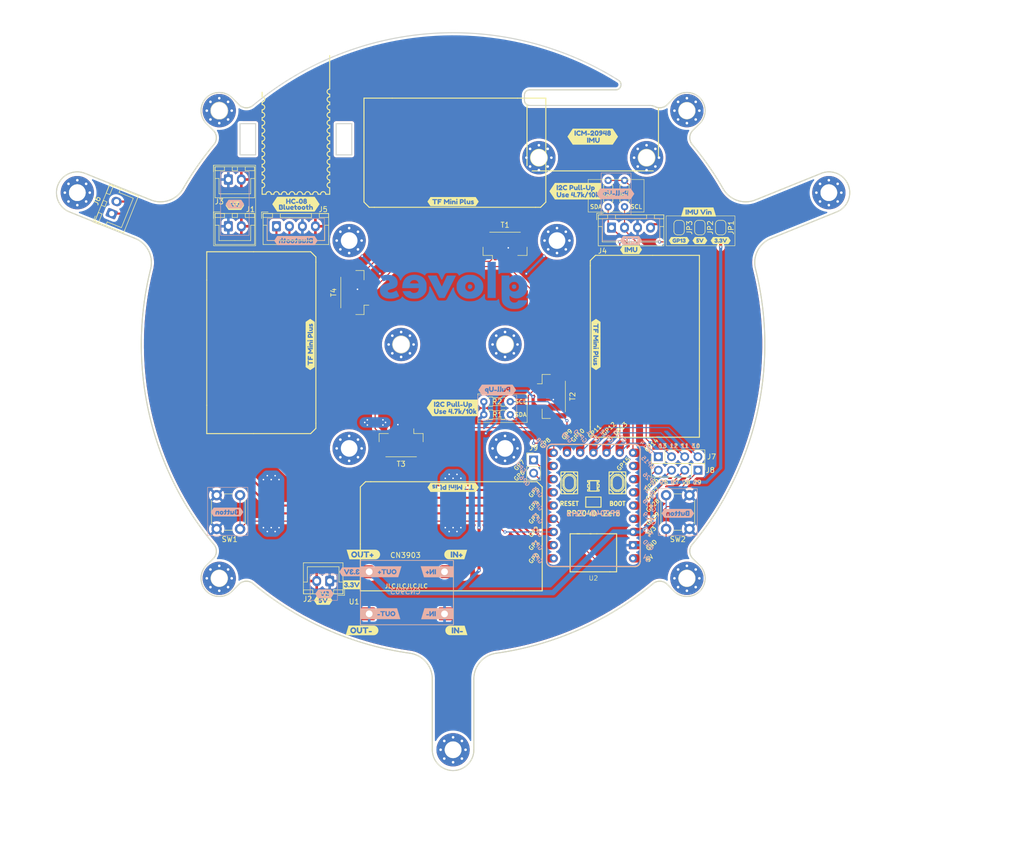
<source format=kicad_pcb>
(kicad_pcb (version 20240108) (generator "pcbnew") (generator_version "8.0")
  (layers (0 "F.Cu" signal) (31 "B.Cu" signal) (34 "B.Paste" user) (35 "F.Paste" user) (36 "B.SilkS" user "B.Silkscreen") (37 "F.SilkS" user "F.Silkscreen") (38 "B.Mask" user) (39 "F.Mask" user) (44 "Edge.Cuts" user))
  (net 0 "")
  (net 1 "GND")
  (net 2 "+5V")
  (net 3 "I2C1_SDA")
  (net 4 "I2C1_SCL")
  (net 5 "IMU-RX1")
  (net 6 "IMU-TX1")
  (net 7 "IMU-TX0-Top-RX")
  (net 8 "IMU-RX0-Top-TX")
  (net 9 "Net-(J7-Pin_3)")
  (net 10 "Net-(J7-Pin_2)")
  (net 11 "V_IMU")
  (net 12 "Net-(J7-Pin_4)")
  (net 13 "Net-(J8-Pin_1)")
  (net 14 "Net-(J8-Pin_3)")
  (net 15 "Net-(J8-Pin_4)")
  (net 16 "Net-(J8-Pin_2)")
  (net 17 "Net-(J9-Pin_1)")
  (net 18 "Net-(J9-Pin_2)")
  (net 19 "Button1")
  (net 20 "Button2")
  (net 21 "I2C0_SCL")
  (net 22 "I2C0_SDA")
  (net 23 "+3.3V")
  (net 26 "GP13")
  (footprint "MountingHole:MountingHole_3.2mm_M3_Pad_Via" (layer "F.Cu") (at 110 120)
    (property "Reference" "H12" (hide yes))
    (property "Value" "MountingHole-M3")
  )
  (footprint "kibuzzard-66706BB5" (layer "F.Cu") (at 100 127.5 180)
    (property "Reference" "kibuzzard-66706BB5" (hide yes))
    (property "Value" "G***" (hide yes))
  )
  (footprint "Connector_JST:JST_XH_B2B-XH-A_1x02_P2.50mm_Vertical" (layer "F.Cu") (at 76.25 145.525 180)
    (property "Reference" "J2")
    (property "Value" "5V-JST-XH-B2B")
  )
  (footprint "kibuzzard-66706BB5" (layer "F.Cu") (at 72.5 100 90)
    (property "Reference" "kibuzzard-66706BB5" (hide yes))
    (property "Value" "G***" (hide yes))
  )
  (footprint "kibuzzard-66707123" (layer "F.Cu") (at 147.5 80)
    (property "Reference" "kibuzzard-66707123" (hide yes))
    (property "Value" "G***" (hide yes))
  )
  (footprint "PorridgePi-Personal:CN3903" (layer "F.Cu") (at 83.853 143.7378)
    (property "Reference" "U1")
    (property "Value" "CN3903 3.3V")
  )
  (footprint "Connector_PinHeader_2.54mm:PinHeader_1x02_P2.54mm_Vertical" (layer "F.Cu") (at 115.5 122.225)
    (property "Reference" "J9")
    (property "Value" "Breakout-Header-01x02")
  )
  (footprint "MountingHole:MountingHole_3.2mm_M3_Pad_Via" (layer "F.Cu") (at 80 120)
    (property "Reference" "H13" (hide yes))
    (property "Value" "MountingHole-M3")
  )
  (footprint "MountingHole:MountingHole_3.2mm_M3_Pad_Via" (layer "F.Cu") (at 27.679659 70.780686)
    (property "Reference" "H5" (hide yes))
    (property "Value" "MountingHole-M3")
  )
  (footprint "Connector_PinHeader_2.54mm:PinHeader_1x04_P2.54mm_Vertical" (layer "F.Cu") (at 139.5 121.6 90)
    (property "Reference" "J7")
    (property "Value" "Breakout-Header-01x04")
  )
  (footprint "Connector_JST:JST_GH_BM04B-GHS-TBT_1x04-1MP_P1.25mm_Vertical" (layer "F.Cu") (at 81 90 90)
    (property "Reference" "T4")
    (property "Value" "TFmini-Plus-JST-GH-01x04")
  )
  (footprint "kibuzzard-667071A6" (layer "F.Cu") (at 126.876715 60)
    (property "Reference" "kibuzzard-667071A6" (hide yes))
    (property "Value" "G***" (hide yes))
  )
  (footprint "Jumper:SolderJumper-2_P1.3mm_Bridged_RoundedPad1.0x1.5mm" (layer "F.Cu") (at 151.5 77.5 -90)
    (property "Reference" "JP1")
    (property "Value" "SolderJumper_2_Bridged")
  )
  (footprint "Connector_JST:JST_XH_B2B-XH-A_1x02_P2.50mm_Vertical" (layer "F.Cu") (at 34.293291 74.809698 68)
    (property "Reference" "J6")
    (property "Value" "Top-UART-JST-XH-B2B")
  )
  (footprint "Jumper:SolderJumper-2_P1.3mm_Open_RoundedPad1.0x1.5mm" (layer "F.Cu") (at 147.5 77.5 -90)
    (property "Reference" "JP2")
    (property "Value" "SolderJumper_2_Open")
  )
  (footprint "PCM_Resistor_THT_AKL:R_Axial_DIN0204_L3.6mm_D1.6mm_P5.08mm_Horizontal" (layer "F.Cu") (at 129.85 73.5 90)
    (property "Reference" "R4")
    (property "Value" "R" (hide yes))
  )
  (footprint "PCM_Resistor_THT_AKL:R_Axial_DIN0204_L3.6mm_D1.6mm_P5.08mm_Horizontal" (layer "F.Cu") (at 111 113.5 180)
    (property "Reference" "R1")
    (property "Value" "R" (hide yes))
  )
  (footprint "kibuzzard-66707151" (layer "F.Cu") (at 147.25 74.5)
    (property "Reference" "kibuzzard-66707151" (hide yes))
    (property "Value" "G***" (hide yes))
  )
  (footprint "kibuzzard-666B0E6A" (layer "F.Cu") (at 100 47.5)
    (property "Reference" "kibuzzard-666B0E6A" (hide yes))
    (property "Value" "G***" (hide yes))
  )
  (footprint "kibuzzard-666B0E6A" (layer "F.Cu") (at 100 47.5)
    (property "Reference" "kibuzzard-666B0E6A" (hide yes))
    (property "Value" "G***" (hide yes))
  )
  (footprint "Connector_JST:JST_GH_BM04B-GHS-TBT_1x04-1MP_P1.25mm_Vertical" (layer "F.Cu") (at 90 119 180)
    (property "Reference" "T3")
    (property "Value" "TFmini-Plus-JST-GH-01x04")
  )
  (footprint "kibuzzard-66706AEF" (layer "F.Cu") (at 69.75 73)
    (property "Reference" "kibuzzard-66706AEF" (hide yes))
    (property "Value" "G***" (hide yes))
  )
  (footprint "Connector_JST:JST_GH_BM04B-GHS-TBT_1x04-1MP_P1.25mm_Vertical" (layer "F.Cu") (at 119 110 -90)
    (property "Reference" "T2")
    (property "Value" "TFmini-Plus-JST-GH-01x04")
  )
  (footprint "Jumper:SolderJumper-2_P1.3mm_Open_RoundedPad1.0x1.5mm" (layer "F.Cu") (at 143.5 77.5 -90)
    (property "Reference" "JP3")
    (property "Value" "SolderJumper_2_Open")
  )
  (footprint "kibuzzard-66706BB5" (layer "F.Cu") (at 127.5 100 -90)
    (property "Reference" "kibuzzard-66706BB5" (hide yes))
    (property "Value" "G***" (hide yes))
  )
  (footprint "Connector_JST:JST_XH_B4B-XH-A_1x04_P2.50mm_Vertical" (layer "F.Cu") (at 66 77.25)
    (property "Reference" "J5")
    (property "Value" "BT-UART-JST-XH-B4B")
  )
  (footprint "MountingHole:MountingHole_3.2mm_M3_Pad_Via" (layer "F.Cu") (at 100 178)
    (property "Reference" "H7" (hide yes))
    (property "Value" "MountingHole-M3")
  )
  (footprint "Connector_JST:JST_GH_BM04B-GHS-TBT_1x04-1MP_P1.25mm_Vertical" (layer "F.Cu") (at 110 81)
    (property "Reference" "T1")
    (property "Value" "TFmini-Plus-JST-GH-01x04")
  )
  (footprint "Connector_JST:JST_XH_B2B-XH-A_1x02_P2.50mm_Vertical" (layer "F.Cu") (at 56.75 77.25)
    (property "Reference" "J1")
    (property "Value" "5V-JST-XH-B2B")
  )
  (footprint "MountingHole:MountingHole_3.2mm_M3_Pad_Via" (layer "F.Cu") (at 145 145)
    (property "Reference" "H4" (hide yes))
    (property "Value" "MountingHole-M3")
  )
  (footprint "MountingHole:MountingHole_3.2mm_M3_Pad_Via" (layer "F.Cu") (at 172.320341 70.780686)
    (property "Reference" "H6" (hide yes))
    (property "Value" "MountingHole-M3")
  )
  (footprint "kibuzzard-66707133" (layer "F.Cu") (at 143.5 80)
    (property "Reference" "kibuzzard-66707133" (hide yes))
    (property "Value" "G***" (hide yes))
  )
  (footprint "kibuzzard-66706B28" (layer "F.Cu") (at 58 73.25)
    (property "Reference" "kibuzzard-66706B28" (hide yes))
    (property "Value" "G***" (hide yes))
  )
  (footprint "kibuzzard-667070FD" (layer "F.Cu") (at 80.5 146.25)
    (property "Reference" "kibuzzard-667070FD" (hide yes))
    (property "Value" "G***" (hide yes))
  )
  (footprint "Connector_PinHeader_2.54mm:PinHeader_1x04_P2.54mm_Vertical" (layer "F.Cu") (at 147.12 124.2 -90)
    (property "Reference" "J8")
    (property "Value" "Breakout-Header-01x04")
  )
  (footprint "Button_Switch_THT:SW_PUSH_6mm" (layer "F.Cu") (at 54.5 135.5 90)
    (property "Reference" "SW1")
    (property "Value" "SW_Push")
  )
  (footprint "MountingHole:MountingHole_3.2mm_M3_Pad_Via" (layer "F.Cu") (at 145 55)
    (property "Reference" "H2" (hide yes))
    (property "Value" "MountingHole-M3")
  )
  (footprint "MountingHole:MountingHole_3.2mm_M3_Pad_Via" (layer "F.Cu") (at 120 80)
    (property "Reference" "H15" (hide yes))
    (property "Value" "MountingHole-M3")
  )
  (footprint "MountingHole:MountingHole_3.2mm_M3_Pad_Via" (layer "F.Cu") (at 116.516715 64.049803)
    (property "Reference" "H10" (hide yes))
    (property "Value" "MountingHole-M3")
  )
  (footprint "PCM_Resistor_THT_AKL:R_Axial_DIN0204_L3.6mm_D1.6mm_P5.08mm_Horizontal" (layer "F.Cu") (at 133 73.5 90)
    (property "Reference" "R3")
    (property "Value" "R" (hide yes))
  )
  (footprint "MountingHole:MountingHole_3.2mm_M3_Pad_Via" (layer "F.Cu") (at 55 145)
    (property "Reference" "H3" (hide yes))
    (property "Value" "MountingHole-M3")
  )
  (footprint "kibuzzard-6670732F" (layer "F.Cu") (at 123.5 70.5)
    (property "Reference" "kibuzzard-6670732F" (hide yes))
    (property "Value" "G***" (hide yes))
  )
  (footprint "kibuzzard-66706BB5" (layer "F.Cu") (at 100 72.5)
    (property "Reference" "kibuzzard-66706BB5" (hide yes))
    (property "Value" "G***" (hide yes))
  )
  (footprint "MountingHole:MountingHole_3.2mm_M3_Pad_Via" (layer "F.Cu") (at 90 100)
    (property "Reference" "H8" (hide yes))
    (property "Value" "MountingHole-M3")
  )
  (footprint "PorridgePi-Personal:RP2040-Zero" (layer "F.Cu") (at 127 131 180)
    (property "Reference" "U2")
    (property "Value" "RP2040-Zero" (hide yes))
  )
  (footprint "MountingHole:MountingHole_3.2mm_M3_Pad_Via" (layer "F.Cu") (at 137.236715 64.049803)
    (property "Reference" "H11" (hide yes))
    (property "Value" "MountingHole-M3")
  )
  (footprint "kibuzzard-6670727C" (layer "F.Cu") (at 134.25 81.75)
    (property "Reference" "kibuzzard-6670727C" (hide yes))
    (property "Value" "G***" (hide yes))
  )
  (footprint "MountingHole:MountingHole_3.2mm_M3_Pad_Via" (layer "F.Cu") (at 55 55)
    (property "Reference" "H1" (hide yes))
    (property "Value" "MountingHole-M3")
  )
  (footprint "MountingHole:MountingHole_3.2mm_M3_Pad_Via" (layer "F.Cu") (at 80 80)
    (property "Reference" "H14" (hide yes))
    (property "Value" "MountingHole-M3")
  )
  (footprint "kibuzzard-6670711B" (layer "F.Cu") (at 151.5 80)
    (property "Reference" "kibuzzard-6670711B" (hide yes))
    (property "Value" "G***" (hide yes))
  )
  (footprint "PCM_Resistor_THT_AKL:R_Axial_DIN0204_L3.6mm_D1.6mm_P5.08mm_Horizontal" (layer "F.Cu") (at 111 111 180)
    (property "Reference" "R2")
    (property "Value" "R" (hide yes))
  )
  (footprint "LOGO" (layer "F.Cu") (at 69.75 59.5)
    (property "Reference" "G***" (hide yes))
    (property "Value" "LOGO" (hide yes))
  )
  (footprint "Connector_JST:JST_XH_B4B-XH-A_1x04_P2.50mm_Vertical" (layer "F.Cu") (at 130.5 77.5)
    (property "Reference" "J4")
    (property "Value" "IMU-JST-XH-B4B")
  )
  (footprint "kibuzzard-6670732F" (layer "F.Cu") (at 99.894202 112.199909)
    (property "Reference" "kibuzzard-6670732F" (hide yes))
    (property "Value" "G***" (hide yes))
  )
  (footprint "MountingHole:MountingHole_3.2mm_M3_Pad_Via" (layer "F.Cu") (at 110 100)
    (property "Reference" "H9" (hide yes))
    (property "Value" "MountingHole-M3")
  )
  (footprint "Button_Switch_THT:SW_PUSH_6mm" (layer "F.Cu") (at 145.5 129 -90)
    (property "Reference" "SW2")
    (property "Value" "SW_Push")
  )
  (footprint "Connector_JST:JST_XH_B2B-XH-A_1x02_P2.50mm_Vertical" (layer "F.Cu") (at 56.75 68.25)
    (property "Reference" "J3")
    (property "Value" "5V-JST-XH-B2B")
  )
  (footprint "kibuzzard-66706B28" (layer "F.Cu") (at 75 149.25)
    (property "Reference" "kibuzzard-66706B28" (hide yes))
    (property "Value" "G***" (hide yes))
  )
  (footprint "kibuzzard-66706B28" (layer "B.Cu") (at 58 73 180)
    (property "Reference" "kibuzzard-66706B28" (hide yes))
    (property "Value" "G***" (hide yes))
  )
  (footprint "kibuzzard-66706B28" (layer "B.Cu") (at 75.25 148 180)
    (property "Reference" "kibuzzard-66706B28" (hide yes))
    (property "Value" "G***" (hide yes))
  )
  (footprint "kibuzzard-667073A4" (layer "B.Cu") (at 134.25 80 180)
    (property "Reference" "kibuzzard-667073A4" (hide yes))
    (property "Value" "G***" (hide yes))
  )
  (footprint "kibuzzard-667070EB" (layer "B.Cu") (at 80.5 143.75 180)
    (property "Reference" "kibuzzard-667070EB" (hide yes))
    (property "Value" "G***" (hide yes))
  )
  (footprint "kibuzzard-66707423" (layer "B.Cu") (at 143.25 132.5 180)
    (property "Reference" "kibuzzard-66707423" (hide yes))
    (property "Value" "G***" (hide yes))
  )
  (footprint "LOGO" (layer "B.Cu") (at 100 88.5 180)
    (property "Reference" "G***" (hide yes))
    (property "Value" "LOGO" (hide yes))
  )
  (footprint "LOGO" (layer "B.Cu") (at 100 88.5 180)
    (property "Reference" "G***" (hide yes))
    (property "Value" "LOGO" (hide yes))
  )
  (footprint "kibuzzard-667073EF" (layer "B.Cu") (at 108.5 108.75 180)
    (property "Reference" "kibuzzard-667073EF" (hide yes))
    (property "Value" "G***" (hide yes))
  )
  (footprint "kibuzzard-667073EF" (layer "B.Cu") (at 131.25 71 180)
    (property "Reference" "kibuzzard-667073EF" (hide yes))
    (property "Value" "G***" (hide yes))
  )
  (footprint "kibuzzard-66707423" (layer "B.Cu") (at 56.5 132.25 180)
    (property "Reference" "kibuzzard-66707423" (hide yes))
    (property "Value" "G***" (hide yes))
  )
  (footprint "kibuzzard-6670735F" (layer "B.Cu") (at 69.75 80 180)
    (property "Reference" "kibuzzard-6670735F" (hide yes))
    (property "Value" "G***" (hide yes))
  )
  (gr_line (start 73.939663 80) (end 75.25 80) (stroke (width 0.1)) (layer "B.SilkS"))
  (gr_rect (start 139.5 127.75) (end 147 136.75) (stroke (width 0.1)) (fill none) (layer "B.SilkS"))
  (gr_line (start 75.25 80) (end 75.25 75.75) (stroke (width 0.1)) (layer "B.SilkS"))
  (gr_rect (start 55.25 66.75) (end 60.75 79) (stroke (width 0.1)) (fill none) (layer "B.SilkS"))
  (gr_line (start 64.25 80) (end 65.560337 80) (stroke (width 0.1)) (layer "B.SilkS"))
  (gr_line (start 139.75 75.75) (end 128.75 75.75) (stroke (width 0.1)) (layer "B.SilkS"))
  (gr_line (start 139.75 80) (end 139.75 75.75) (stroke (width 0.1)) (layer "B.SilkS"))
  (gr_rect (start 128.5 67) (end 134.25 75) (stroke (width 0.1)) (fill none) (layer "B.SilkS"))
  (gr_line (start 75.25 75.75) (end 64.25 75.75) (stroke (width 0.1)) (layer "B.SilkS"))
  (gr_line (start 128.75 75.75) (end 128.75 80) (stroke (width 0.1)) (layer "B.SilkS"))
  (gr_rect (start 72.5 144.25) (end 77.75 149.25) (stroke (width 0.1)) (fill none) (layer "B.SilkS"))
  (gr_line (start 128.75 80) (end 132.130009 80) (stroke (width 0.1)) (layer "B.SilkS"))
  (gr_rect (start 104.75 109.75) (end 112.25 114.5) (stroke (width 0.1)) (fill none) (layer "B.SilkS"))
  (gr_line (start 64.25 75.75) (end 64.25 80) (stroke (width 0.1)) (layer "B.SilkS"))
  (gr_line (start 136.369991 80) (end 139.75 80) (stroke (width 0.1)) (layer "B.SilkS"))
  (gr_rect (start 52.75 127.5) (end 60.5 136.75) (stroke (width 0.1)) (fill none) (layer "B.SilkS"))
  (gr_arc (start 26.181244 74.489425) (mid 23.970928 69.282265) (end 29.178086 67.07195) (stroke (width 0.2)) (layer "F.SilkS"))
  (gr_line (start 146.147573 58.802175) (end 147.474874 57.474874) (stroke (width 0.2)) (layer "F.SilkS"))
  (gr_line (start 161.195912 79.589386) (end 173.818727 74.489437) (stroke (width 0.2)) (layer "F.SilkS"))
  (gr_line (start 127.408673 117.847) (end 126.408673 116.847) (stroke (width 0.2)) (layer "F.SilkS"))
  (gr_arc (start 141.192926 53.857326) (mid 140.087682 54.419106) (end 138.86372 54.221566) (stroke (width 0.2)) (layer "F.SilkS"))
  (gr_arc (start 142.525126 52.525126) (mid 147.474874 52.525126) (end 147.474874 57.474874) (stroke (width 0.2)) (layer "F.SilkS"))
  (gr_line (start 114.226715 65.589803) (end 114.226715 53.75) (stroke (width 0.2)) (layer "F.SilkS"))
  (gr_line (start 161.195912 79.589386) (end 173.818727 74.489437) (stroke (width 0.2)) (layer "F.SilkS"))
  (gr_arc (start 63.249949 52.334628) (mid 63.751368 52.836) (end 63.249949 53.337371) (stroke (width 0.2)) (layer "F.SilkS"))
  (gr_arc (start 76.249949 68.332348) (mid 75.753648 67.836) (end 76.249949 67.339654) (stroke (width 0.2)) (layer "F.SilkS"))
  (gr_arc (start 57.474874 147.474874) (mid 52.525126 147.474874) (end 52.525126 142.525126) (stroke (width 0.2)) (layer "F.SilkS"))
  (gr_circle (center 137.236715 64.049803) (end 138.836715 64.049803) (stroke (width 0.2)) (fill none) (layer "F.SilkS"))
  (gr_arc (start 76.249949 66.832348) (mid 75.753648 66.336) (end 76.249949 65.839654) (stroke (width 0.2)) (layer "F.SilkS"))
  (gr_arc (start 53.977225 138.495509) (mid 41.522457 113.430451) (end 41.792701 85.442859) (stroke (width 0.2)) (layer "F.SilkS"))
  (gr_line (start 126.408673 115.847) (end 126.408673 84.847) (stroke (width 0.2)) (layer "F.SilkS"))
  (gr_arc (start 138.495509 146.022775) (mid 124.341737 154.840495) (end 108.307692 159.422069) (stroke (width 0.2)) (layer "F.SilkS"))
  (gr_arc (start 61.504491 53.977225) (mid 60.132508 54.441158) (end 58.802384 53.852636) (stroke (width 0.2)) (layer "F.SilkS"))
  (gr_line (start 82.847 52.591327) (end 88.297329 52.591327) (stroke (width 0.2)) (layer "F.SilkS"))
  (gr_arc (start 66.999235 71.086027) (mid 67.499999 70.585318) (end 68.000763 71.086027) (stroke (width 0.2)) (layer "F.SilkS"))
  (gr_arc (start 52.525126 57.474874) (mid 52.525126 52.525126) (end 57.474874 52.525126) (stroke (width 0.2)) (layer "F.SilkS"))
  (gr_line (start 114.736715 51) (end 131.32559 51) (stroke (width 0.2)) (layer "F.SilkS"))
  (gr_arc (start 141.192926 53.857326) (mid 140.087682 54.419106) (end 138.86372 54.221566) (stroke (width 0.2)) (layer "F.SilkS"))
  (gr_arc (start 137.9487 54) (mid 138.419452 54.056191) (end 138.86372 54.221566) (stroke (width 0.2)) (layer "F.SilkS"))
  (gr_arc (start 76.249949 65.332348) (mid 75.753648 64.836) (end 76.249949 64.339654) (stroke (width 0.2)) (layer "F.SilkS"))
  (gr_arc (start 131.851783 49.152542) (mid 132.282019 50.276174) (end 131.32559 51) (stroke (width 0.2)) (layer "F.SilkS"))
  (gr_line (start 76.249949 58.339654) (end 76.249949 57.832348) (stroke (width 0.2)) (layer "F.SilkS"))
  (gr_arc (start 114.7367 54) (mid 114.029599 53.707112) (end 113.736715 52.994709) (stroke (width 0.2)) (layer "F.SilkS"))
  (gr_circle (center 55 55) (end 56.6 55) (stroke (width 0.2)) (fill none) (layer "F.SilkS"))
  (gr_line (start 104.75 109.5) (end 114.25 109.5) (stroke (width 0.1)) (layer "F.SilkS"))
  (gr_line (start 139.526715 54.5) (end 139.526715 64.089803) (stroke (width 0.2)) (layer "F.SilkS"))
  (gr_arc (start 63.249949 64.334628) (mid 63.751368 64.836) (end 63.249949 65.337371) (stroke (width 0.2)) (layer "F.SilkS"))
  (gr_circle (center 145 55) (end 146.55 55) (stroke (width 0.2)) (fill none) (layer "F.SilkS"))
  (gr_line (start 147.474874 142.525126) (end 146.142674 141.192926) (stroke (width 0.2)) (layer "F.SilkS"))
  (gr_line (start 63.249949 69.837371) (end 63.249949 71.086027) (stroke (width 0.2)) (layer "F.SilkS"))
  (gr_arc (start 146.142674 141.192926) (mid 145.558854 139.867491) (end 146.022775 138.495509) (stroke (width 0.2)) (layer "F.SilkS"))
  (gr_line (start 137.9487 54) (end 114.7367 54) (stroke (width 0.2)) (layer "F.SilkS"))
  (gr_line (start 63.249949 59.337371) (end 63.249949 59.834628) (stroke (width 0.2)) (layer "F.SilkS"))
  (gr_arc (start 63.249949 65.834628) (mid 63.751368 66.336) (end 63.249949 66.837371) (stroke (width 0.2)) (layer "F.SilkS"))
  (gr_arc (start 63.249949 56.834628) (mid 63.751368 57.336) (end 63.249949 57.837371) (stroke (width 0.2)) (layer "F.SilkS"))
  (gr_circle (center 100 178) (end 101.5 178) (stroke (width 0.2)) (fill none) (layer "F.SilkS"))
  (gr_arc (start 158.188051 72.176362) (mid 154.685458 72.267458) (end 151.983066 70.037343) (stroke (width 0.2)) (layer "F.SilkS"))
  (gr_arc (start 146.142674 141.192926) (mid 145.558854 139.867491) (end 146.022775 138.495509) (stroke (width 0.2)) (layer "F.SilkS"))
  (gr_line (start 112.396671 52.591327) (end 117.847 52.591327) (stroke (width 0.2)) (layer "F.SilkS"))
  (gr_arc (start 48.016934 70.037343) (mid 50.811701 65.641428) (end 53.977225 61.504491) (stroke (width 0.2)) (layer "F.SilkS"))
  (gr_line (start 76.249949 50.839654) (end 76.249949 44.386027) (stroke (width 0.2)) (layer "F.SilkS"))
  (gr_line (start 147.408673 82.847) (end 147.408673 88.297329) (stroke (width 0.2)) (layer "F.SilkS"))
  (gr_circle (center 90 100) (end 91.6 100) (stroke (width 0.2)) (fill none) (layer "F.SilkS"))
  (gr_line (start 147.474874 142.525126) (end 146.142674 141.192926) (stroke (width 0.2)) (layer "F.SilkS"))
  (gr_arc (start 48.016934 70.037343) (mid 45.314553 72.26749) (end 41.812048 72.176402) (stroke (width 0.2)) (layer "F.SilkS"))
  (gr_line (start 117.153 127.408673) (end 117.153 138.408673) (stroke (width 0.2)) (layer "F.SilkS"))
  (gr_arc (start 76.249949 51.832348) (mid 75.753648 51.336) (end 76.249949 50.839654) (stroke (width 0.2)) (layer "F.SilkS"))
  (gr_line (start 41.812048 72.176402) (end 29.178086 67.07195) (stroke (width 0.2)) (layer "F.SilkS"))
  (gr_arc (start 76.249949 62.332348) (mid 75.753648 61.836) (end 76.249949 61.339654) (stroke (width 0.2)) (layer "F.SilkS"))
  (gr_arc (start 58.807074 146.142674) (mid 60.132509 145.558854) (end 61.504491 146.022775) (stroke (width 0.2)) (layer "F.SilkS"))
  (gr_line (start 76.249949 52.339654) (end 76.249949 51.832348) (stroke (width 0.2)) (layer "F.SilkS"))
  (gr_circle (center 145 55) (end 146.55 55) (stroke (width 0.2)) (fill none) (layer "F.SilkS"))
  (gr_arc (start 63.249949 55.334628) (mid 63.751368 55.836) (end 63.249949 56.337371) (stroke (width 0.2)) (layer "F.SilkS"))
  (gr_arc (start 53.857326 58.807074) (mid 54.441146 60.132509) (end 53.977225 61.504491) (stroke (width 0.2)) (layer "F.SilkS"))
  (gr_line (start 63.249949 68.337371) (end 63.249949 68.834628) (stroke (width 0.2)) (layer "F.SilkS"))
  (gr_arc (start 104 178) (mid 100 182) (end 96 178) (stroke (width 0.2)) (layer "F.SilkS"))
  (gr_line (start 82.153 127.408673) (end 83.153 126.408673) (stroke (width 0.2)) (layer "F.SilkS"))
  (gr_arc (start 146.022775 61.504491) (mid 149.188296 65.64143) (end 151.983066 70.037343) (stroke (width 0.2)) (layer "F.SilkS"))
  (gr_line (start 63.249949 71.086027) (end 63.999235 71.086027) (stroke (width 0.2)) (layer "F.SilkS"))
  (gr_line (start 52.591327 87.603329) (end 52.591327 82.153) (stroke (width 0.2)) (layer "F.SilkS"))
  (gr_arc (start 63.249949 62.834628) (mid 63.751368 63.336) (end 63.249949 63.837371) (stroke (width 0.2)) (layer "F.SilkS"))
  (gr_arc (start 104 178) (mid 100 182) (end 96 178) (stroke (width 0.2)) (layer "F.SilkS"))
  (gr_arc (start 76.249949 60.832348) (mid 75.753648 60.336) (end 76.249949 59.839654) (stroke (width 0.2)) (layer "F.SilkS"))
  (gr_line (start 115.847 73.591327) (end 84.847 73.591327) (stroke (width 0.2)) (layer "F.SilkS"))
  (gr_line (start 136.75 68.25) (end 136.75 74.5) (stroke (width 0.1)) (layer "F.SilkS"))
  (gr_arc (start 76.249949 63.832348) (mid 75.753648 63.336) (end 76.249949 62.839654) (stroke (width 0.2)) (layer "F.SilkS"))
  (gr_circle (center 116.516715 64.049803) (end 118.116715 64.049803) (stroke (width 0.2)) (fill none) (layer "F.SilkS"))
  (gr_line (start 76.249949 67.339654) (end 76.249949 66.832348) (stroke (width 0.2)) (layer "F.SilkS"))
  (gr_line (start 76.249949 59.839654) (end 76.249949 59.332348) (stroke (width 0.2)) (layer "F.SilkS"))
  (gr_line (start 82.847 72.591327) (end 82.847 61.591327) (stroke (width 0.2)) (layer "F.SilkS"))
  (gr_line (start 96 164.373908) (end 96 178) (stroke (width 0.2)) (layer "F.SilkS"))
  (gr_line (start 116.153 126.408673) (end 117.153 127.408673) (stroke (width 0.2)) (layer "F.SilkS"))
  (gr_arc (start 48.016934 70.037343) (mid 50.811701 65.641428) (end 53.977225 61.504491) (stroke (width 0.2)) (layer "F.SilkS"))
  (gr_arc (start 170.821874 67.071966) (mid 176.029034 69.282274) (end 173.818727 74.489437) (stroke (width 0.2)) (layer "F.SilkS"))
  (gr_arc (start 63.249949 58.334628) (mid 63.751368 58.836) (end 63.249949 59.337371) (stroke (width 0.2)) (layer "F.SilkS"))
  (gr_circle (center 172.320341 70.780686) (end 173.820341 70.780686) (stroke (width 0.2)) (fill none) (layer "F.SilkS"))
  (gr_arc (start 91.692308 159.422069) (mid 94.772366 161.092258) (end 96 164.373908) (stroke (width 0.2)) (layer "F.SilkS"))
  (gr_line (start 76.249949 55.339654) (end 76.249949 54.832348) (stroke (width 0.2)) (layer "F.SilkS"))
  (gr_line (start 76.249949 71.086027) (end 76.249949 69.832348) (stroke (width 0.2)) (layer "F.SilkS"))
  (gr_arc (start 61.504491 53.977225) (mid 60.132508 54.441158) (end 58.802384 53.852636) (stroke (width 0.2)) (layer "F.SilkS"))
  (gr_line (start 126 68.25) (end 136.75 68.25) (stroke (width 0.1)) (layer "F.SilkS"))
  (gr_arc (start 68.499235 71.086027) (mid 68.999999 70.585318) (end 69.500763 71.086027) (stroke (width 0.2)) (layer "F.SilkS"))
  (gr_arc (start 53.857326 58.807074) (mid 54.441146 60.132509) (end 53.977225 61.504491) (stroke (width 0.2)) (layer "F.SilkS"))
  (gr_line (start 126.408673 83.847) (end 127.408673 82.847) (stroke (width 0.2)) (layer "F.SilkS"))
  (gr_arc (start 76.249949 53.332348) (mid 75.753648 52.836) (end 76.249949 52.339654) (stroke (width 0.2)) (layer "F.SilkS"))
  (gr_line (start 126.408673 84.847) (end 126.408673 83.847) (stroke (width 0.2)) (layer "F.SilkS"))
  (gr_line (start 63.249949 60.837371) (end 63.249949 61.334628) (stroke (width 0.2)) (layer "F.SilkS"))
  (gr_line (start 83.847 73.591327) (end 82.847 72.591327) (stroke (width 0.2)) (layer "F.SilkS"))
  (gr_line (start 63.249949 57.837371) (end 63.249949 58.334628) (stroke (width 0.2)) (layer "F.SilkS"))
  (gr_arc (start 76.249949 56.332348) (mid 75.753648 55.836) (end 76.249949 55.339654) (stroke (width 0.2)) (layer "F.SilkS"))
  (gr_arc (start 76.249949 69.832348) (mid 75.753648 69.336) (end 76.249949 68.839654) (stroke (width 0.2)) (layer "F.SilkS"))
  (gr_arc (start 114.7367 54) (mid 114.029599 53.707112) (end 113.736715 52.994709) (stroke (width 0.2)) (layer "F.SilkS"))
  (gr_line (start 113.736715 52.994709) (end 113.736715 52) (stroke (width 0.2)) (layer "F.SilkS"))
  (gr_arc (start 137.9487 54) (mid 138.419452 54.056191) (end 138.86372 54.221566) (stroke (width 0.2)) (layer "F.SilkS"))
  (gr_line (start 138.526715 66.589803) (end 115.226715 66.589803) (stroke (width 0.2)) (layer "F.SilkS"))
  (gr_arc (start 158.207299 85.442859) (mid 158.477543 113.430451) (end 146.022775 138.495509) (stroke (width 0.2)) (layer "F.SilkS"))
  (gr_line (start 73.591327 84.153) (end 73.591327 115.153) (stroke (width 0.2)) (layer "F.SilkS"))
  (gr_line (start 58.802384 53.852636) (end 57.474874 52.525126) (stroke (width 0.2)) (layer "F.SilkS"))
  (gr_circle (center 110 100) (end 111.6 100) (stroke (width 0.2)) (fill none) (layer "F.SilkS"))
  (gr_arc (start 138.495509 146.022775) (mid 124.341737 154.840495) (end 108.307692 159.422069) (stroke (width 0.2)) (layer "F.SilkS"))
  (gr_circle (center 145 145) (end 146.55 145) (stroke (width 0.2)) (fill none) (layer "F.SilkS"))
  (gr_arc (start 91.692308 159.422069) (mid 94.772366 161.092258) (end 96 164.373908) (stroke (width 0.2)) (layer "F.SilkS"))
  (gr_line (start 116.847 73.591327) (end 115.847 73.591327) (stroke (width 0.2)) (layer "F.SilkS"))
  (gr_line (start 52.591327 117.153) (end 52.591327 111.702671) (stroke (width 0.2)) (layer "F.SilkS"))
  (gr_line (start 141.197825 146.147573) (end 142.525126 147.474874) (stroke (width 0.2)) (layer "F.SilkS"))
  (gr_arc (start 63.249949 68.834628) (mid 63.751368 69.336) (end 63.249949 69.837371) (stroke (width 0.2)) (layer "F.SilkS"))
  (gr_line (start 114.25 115) (end 104.75 115) (stroke (width 0.1)) (layer "F.SilkS"))
  (gr_line (start 126 69) (end 126 68.25) (stroke (width 0.1)) (layer "F.SilkS"))
  (gr_line (start 63.249949 65.337371) (end 63.249949 65.834628) (stroke (width 0.2)) (layer "F.SilkS"))
  (gr_line (start 117.153 147.408673) (end 111.702671 147.408673) (stroke (width 0.2)) (layer "F.SilkS"))
  (gr_arc (start 147.474874 142.525126) (mid 147.474874 147.474874) (end 142.525126 147.474874) (stroke (width 0.2)) (layer "F.SilkS"))
  (gr_line (start 63.249949 54.837371) (end 63.249949 55.334628) (stroke (width 0.2)) (layer "F.SilkS"))
  (gr_line (start 82.847 61.591327) (end 82.847 52.591327) (stroke (width 0.2)) (layer "F.SilkS"))
  (gr_line (start 63.249949 53.337371) (end 63.249949 53.834628) (stroke (width 0.2)) (layer "F.SilkS"))
  (gr_line (start 71.000763 71.086027) (end 71.499235 71.086027) (stroke (width 0.2)) (layer "F.SilkS"))
  (gr_line (start 87.603329 147.408673) (end 82.153 147.408673) (stroke (width 0.2)) (layer "F.SilkS"))
  (gr_line (start 126.408673 116.847) (end 126.408673 115.847) (stroke (width 0.2)) (layer "F.SilkS"))
  (gr_circle (center 100 178) (end 101.5 178) (stroke (width 0.2)) (fill none) (layer "F.SilkS"))
  (gr_circle (center 145 145) (end 146.55 145) (stroke (width 0.2)) (fill none) (layer "F.SilkS"))
  (gr_line (start 111.702671 147.408673) (end 87.603329 147.408673) (stroke (width 0.2)) (layer "F.SilkS"))
  (gr_line (start 146.147573 58.802175) (end 147.474874 57.474874) (stroke (width 0.2)) (layer "F.SilkS"))
  (gr_arc (start 69.999235 71.086027) (mid 70.499999 70.585318) (end 71.000763 71.086027) (stroke (width 0.2)) (layer "F.SilkS"))
  (gr_line (start 138.408673 117.847) (end 127.408673 117.847) (stroke (width 0.2)) (layer "F.SilkS"))
  (gr_line (start 138.408673 82.847) (end 147.408673 82.847) (stroke (width 0.2)) (layer "F.SilkS"))
  (gr_line (start 26.181244 74.489425) (end 38.815144 79.593852) (stroke (width 0.2)) (layer "F.SilkS"))
  (gr_line (start 127.408673 82.847) (end 138.408673 82.847) (stroke (width 0.2)) (layer "F.SilkS"))
  (gr_arc (start 104 164.3739) (mid 105.227628 161.092253) (end 108.307692 159.422069) (stroke (width 0.2)) (layer "F.SilkS"))
  (gr_line (start 73.591327 116.153) (end 72.591327 117.153) (stroke (width 0.2)) (layer "F.SilkS"))
  (gr_line (start 170.821874 67.071966) (end 158.188051 72.176362) (stroke (width 0.2)) (layer "F.SilkS"))
  (gr_circle (center 110 100) (end 111.6 100) (stroke (width 0.2)) (fill none) (layer "F.SilkS"))
  (gr_line (start 29.178085 67.071959) (end 29.178088 67.071951) (stroke (width 0.2)) (layer "F.SilkS"))
  (gr_line (start 147.408673 112.396671) (end 147.408673 117.847) (stroke (width 0.2)) (layer "F.SilkS"))
  (gr_line (start 76.249949 62.839654) (end 76.249949 62.332348) (stroke (width 0.2)) (layer "F.SilkS"))
  (gr_line (start 41.812048 72.176402) (end 29.178088 67.071951) (stroke (width 0.2)) (layer "F.SilkS"))
  (gr_line (start 52.591327 111.702671) (end 52.591327 87.603329) (stroke (width 0.2)) (layer "F.SilkS"))
  (gr_line (start 76.249949 56.839654) (end 76.249949 56.332348) (stroke (width 0.2)) (layer "F.SilkS"))
  (gr_line (start 57.474874 147.474874) (end 58.807074 146.142674) (stroke (width 0.2)) (layer "F.SilkS"))
  (gr_arc (start 158.207299 85.442859) (mid 158.602078 81.961432) (end 161.195912 79.589386) (stroke (width 0.2)) (layer "F.SilkS"))
  (gr_arc (start 158.207299 85.442859) (mid 158.602078 81.961432) (end 161.195912 79.589386) (stroke (width 0.2)) (layer "F.SilkS"))
  (gr_circle (center 55 145) (end 56.55 145) (stroke (width 0.2)) (fill none) (layer "F.SilkS"))
  (gr_line (start 82.153 138.408673) (end 82.153 127.408673) (stroke (width 0.2)) (layer "F.SilkS"))
  (gr_line (start 114.25 109.5) (end 114.25 110) (stroke (width 0.1)) (layer "F.SilkS"))
  (gr_circle (center 172.320341 70.780686) (end 173.820341 70.780686) (stroke (width 0.2)) (fill none) (layer "F.SilkS"))
  (gr_line (start 63.249949 56.337371) (end 63.249949 56.834628) (stroke (width 0.2)) (layer "F.SilkS"))
  (gr_arc (start 76.249949 54.832348) (mid 75.753648 54.336) (end 76.249949 53.839654) (stroke (width 0.2)) (layer "F.SilkS"))
  (gr_line (start 147.408673 88.297329) (end 147.408673 112.396671) (stroke (width 0.2)) (layer "F.SilkS"))
  (gr_line (start 76.249949 68.332348) (end 76.249949 68.839654) (stroke (width 0.2)) (layer "F.SilkS"))
  (gr_line (start 76.249949 65.839654) (end 76.249949 65.332348) (stroke (width 0.2)) (layer "F.SilkS"))
  (gr_line (start 104 178) (end 104 164.3739) (stroke (width 0.2)) (layer "F.SilkS"))
  (gr_arc (start 131.851783 49.152542) (mid 132.282019 50.276174) (end 131.32559 51) (stroke (width 0.2)) (layer "F.SilkS"))
  (gr_line (start 73.591327 115.153) (end 73.591327 116.153) (stroke (width 0.2)) (layer "F.SilkS"))
  (gr_line (start 76.249949 53.839654) (end 76.249949 53.332348) (stroke (width 0.2)) (layer "F.SilkS"))
  (gr_circle (center 90 100) (end 91.6 100) (stroke (width 0.2)) (fill none) (layer "F.SilkS"))
  (gr_line (start 117.847 72.591327) (end 116.847 73.591327) (stroke (width 0.2)) (layer "F.SilkS"))
  (gr_line (start 72.591327 117.153) (end 61.591327 117.153) (stroke (width 0.2)) (layer "F.SilkS"))
  (gr_line (start 117.847 61.591327) (end 117.847 72.591327) (stroke (width 0.2)) (layer "F.SilkS"))
  (gr_arc (start 138.495509 146.022775) (mid 139.867492 145.558842) (end 141.197825 146.147573) (stroke (width 0.2)) (layer "F.SilkS"))
  (gr_arc (start 52.525126 57.474874) (mid 52.525126 52.525126) (end 57.474874 52.525126) (stroke (width 0.2)) (layer "F.SilkS"))
  (gr_line (start 114.25 110) (end 114.25 115) (stroke (width 0.1)) (layer "F.SilkS"))
  (gr_line (start 104.75 115) (end 104.75 109.5) (stroke (width 0.1)) (layer "F.SilkS"))
  (gr_line (start 75.500763 71.086027) (end 76.249949 71.086027) (stroke (width 0.2)) (layer "F.SilkS"))
  (gr_arc (start 146.022775 61.504491) (mid 145.558842 60.132508) (end 146.147573 58.802175) (stroke (width 0.2)) (layer "F.SilkS"))
  (gr_arc (start 138.495509 146.022775) (mid 139.867492 145.558842) (end 141.197825 146.147573) (stroke (width 0.2)) (layer "F.SilkS"))
  (gr_line (start 142.525126 52.525126) (end 141.192926 53.857326) (stroke (width 0.2)) (layer "F.SilkS"))
  (gr_line (start 170.821874 67.071966) (end 158.188051 72.176362) (stroke (width 0.2)) (layer "F.SilkS"))
  (gr_line (start 65.000763 71.086027) (end 65.499234 71.086027) (stroke (width 0.2)) (layer "F.SilkS"))
  (gr_arc (start 63.249949 67.334628) (mid 63.751368 67.836) (end 63.249949 68.337371) (stroke (width 0.2)) (layer "F.SilkS"))
  (gr_line (start 82.153 147.408673) (end 82.153 138.408673) (stroke (width 0.2)) (layer "F.SilkS"))
  (gr_arc (start 38.815144 79.593852) (mid 41.397937 81.961413) (end 41.792701 85.442859) (stroke (width 0.2)) (layer "F.SilkS"))
  (gr_circle (center 27.679659 70.780686) (end 29.179659 70.780686) (stroke (width 0.2)) (fill none) (layer "F.SilkS"))
  (gr_arc (start 104 164.3739) (mid 105.227628 161.092253) (end 108.307692 159.422069) (stroke (width 0.2)) (layer "F.SilkS"))
  (gr_line (start 63.249949 51.45) (end 63.249949 52.334628) (stroke (width 0.2)) (layer "F.SilkS"))
  (gr_line (start 52.525126 57.474874) (end 53.857326 58.807074) (stroke (width 0.2)) (layer "F.SilkS"))
  (gr_line (start 147.408673 117.847) (end 138.408673 117.847) (stroke (width 0.2)) (layer "F.SilkS"))
  (gr_circle (center 27.679659 70.780686) (end 29.179659 70.780686) (stroke (width 0.2)) (fill none) (layer "F.SilkS"))
  (gr_arc (start 76.249949 57.832348) (mid 75.753648 57.336) (end 76.249949 56.839654) (stroke (width 0.2)) (layer "F.SilkS"))
  (gr_arc (start 71.499235 71.086027) (mid 71.999999 70.585317) (end 72.500763 71.086027) (stroke (width 0.2)) (layer "F.SilkS"))
  (gr_arc (start 57.474874 147.474874) (mid 52.525126 147.474874) (end 52.525126 142.525126) (stroke (width 0.2)) (layer "F.SilkS"))
  (gr_arc (start 63.249949 59.834628) (mid 63.751368 60.336) (end 63.249949 60.837371) (stroke (width 0.2)) (layer "F.SilkS"))
  (gr_line (start 84.153 126.408673) (end 115.153 126.408673) (stroke (width 0.2)) (layer "F.SilkS"))
  (gr_line (start 69.500763 71.086027) (end 69.999235 71.086027) (stroke (width 0.2)) (layer "F.SilkS"))
  (gr_arc (start 26.181244 74.489425) (mid 23.970928 69.282265) (end 29.178085 67.071959) (stroke (width 0.2)) (layer "F.SilkS"))
  (gr_arc (start 72.999234 71.086027) (mid 73.5 70.585319) (end 74.000765 71.086027) (stroke (width 0.2)) (layer "F.SilkS"))
  (gr_line (start 84.847 73.591327) (end 83.847 73.591327) (stroke (width 0.2)) (layer "F.SilkS"))
  (gr_arc (start 91.692308 159.422069) (mid 75.658263 154.840495) (end 61.504491 146.022775) (stroke (width 0.2)) (layer "F.SilkS"))
  (gr_line (start 117.153 138.408673) (end 117.153 147.408673) (stroke (width 0.2)) (layer "F.SilkS"))
  (gr_line (start 115.153 126.408673) (end 116.153 126.408673) (stroke (width 0.2)) (layer "F.SilkS"))
  (gr_line (start 74.000765 71.086027) (end 74.499235 71.086027) (stroke (width 0.2)) (layer "F.SilkS"))
  (gr_line (start 63.249949 62.337371) (end 63.249949 62.834628) (stroke (width 0.2)) (layer "F.SilkS"))
  (gr_line (start 66.500765 71.086027) (end 66.999235 71.086027) (stroke (width 0.2)) (layer "F.SilkS"))
  (gr_arc (start 48.016934 70.037343) (mid 45.314553 72.26749) (end 41.812048 72.176402) (stroke (width 0.2)) (layer "F.SilkS"))
  (gr_circle (center 55 55) (end 56.6 55) (stroke (width 0.2)) (fill none) (layer "F.SilkS"))
  (gr_arc (start 142.525126 52.525126) (mid 147.474874 52.525126) (end 147.474874 57.474874) (stroke (width 0.2)) (layer "F.SilkS"))
  (gr_line (start 76.249949 64.339654) (end 76.249949 63.832348) (stroke (width 0.2)) (layer "F.SilkS"))
  (gr_line (start 58.802384 53.852636) (end 57.474874 52.525126) (stroke (width 0.2)) (layer "F.SilkS"))
  (gr_line (start 114.736715 51) (end 131.32559 51) (stroke (width 0.2)) (layer "F.SilkS"))
  (gr_arc (start 63.249949 53.834628) (mid 63.751368 54.336) (end 63.249949 54.837371) (stroke (width 0.2)) (layer "F.SilkS"))
  (gr_line (start 53.852427 141.197825) (end 52.525126 142.525126) (stroke (width 0.2)) (layer "F.SilkS"))
  (gr_line (start 88.297329 52.591327) (end 112.396671 52.591327) (stroke (width 0.2)) (layer "F.SilkS"))
  (gr_line (start 126 74.5) (end 126.011612 72.092213) (stroke (width 0.1)) (layer "F.SilkS"))
  (gr_arc (start 63.249949 61.334628) (mid 63.751368 61.836) (end 63.249949 62.337371) (stroke (width 0.2)) (layer "F.SilkS"))
  (gr_arc (start 91.692308 159.422069) (mid 75.658263 154.840495) (end 61.504491 146.022775) (stroke (width 0.2)) (layer "F.SilkS"))
  (gr_rect (start 53.9 65.5) (end 62 81) (stroke (width 0.1)) (fill none) (layer "F.SilkS"))
  (gr_arc (start 113.736715 52) (mid 114.029609 51.292899) (end 114.736715 51) (stroke (width 0.2)) (layer "F.SilkS"))
  (gr_line (start 83.153 126.408673) (end 84.153 126.408673) (stroke (width 0.2)) (layer "F.SilkS"))
  (gr_arc (start 65.499234 71.086027) (mid 66 70.585319) (end 66.500765 71.086027) (stroke (width 0.2)) (layer "F.SilkS"))
  (gr_line (start 63.249949 63.837371) (end 63.249949 64.334628) (stroke (width 0.2)) (layer "F.SilkS"))
  (gr_arc (start 53.977225 138.495509) (mid 54.441158 139.867492) (end 53.852427 141.197825) (stroke (width 0.2)) (layer "F.SilkS"))
  (gr_arc (start 147.474874 142.525126) (mid 147.474874 147.474874) (end 142.525126 147.474874) (stroke (width 0.2)) (layer "F.SilkS"))
  (gr_line (start 137.9487 54) (end 114.7367 54) (stroke (width 0.2)) (layer "F.SilkS"))
  (gr_arc (start 113.736715 52) (mid 114.029609 51.292899) (end 114.736715 51) (stroke (width 0.2)) (layer "F.SilkS"))
  (gr_line (start 76.249949 61.339654) (end 76.249949 60.832348) (stroke (width 0.2)) (layer "F.SilkS"))
  (gr_line (start 72.500763 71.086027) (end 72.999234 71.086027) (stroke (width 0.2)) (layer "F.SilkS"))
  (gr_arc (start 53.977225 138.495509) (mid 41.522457 113.430451) (end 41.792701 85.442859) (stroke (width 0.2)) (layer "F.SilkS"))
  (gr_arc (start 158.207299 85.442859) (mid 158.477543 113.430451) (end 146.022775 138.495509) (stroke (width 0.2)) (layer "F.SilkS"))
  (gr_line (start 53.852427 141.197825) (end 52.525126 142.525126) (stroke (width 0.2)) (layer "F.SilkS"))
  (gr_arc (start 53.977225 138.495509) (mid 54.441158 139.867492) (end 53.852427 141.197825) (stroke (width 0.2)) (layer "F.SilkS"))
  (gr_arc (start 63.999235 71.086027) (mid 64.499999 70.585318) (end 65.000763 71.086027) (stroke (width 0.2)) (layer "F.SilkS"))
  (gr_arc (start 76.249949 59.332348) (mid 75.753648 58.836) (end 76.249949 58.339654) (stroke (width 0.2)) (layer "F.SilkS"))
  (gr_arc (start 158.188051 72.176362) (mid 154.685458 72.267458) (end 151.983066 70.037343) (stroke (width 0.2)) (layer "F.SilkS"))
  (gr_arc (start 58.807074 146.142674) (mid 60.132509 145.558854) (end 61.504491 146.022775) (stroke (width 0.2)) (layer "F.SilkS"))
  (gr_line (start 104 178) (end 104 164.3739) (stroke (width 0.2)) (layer "F.SilkS"))
  (gr_line (start 57.474874 147.474874) (end 58.807074 146.142674) (stroke (width 0.2)) (layer "F.SilkS"))
  (gr_line (start 63.249949 66.837371) (end 63.249949 67.334628) (stroke (width 0.2)) (layer "F.SilkS"))
  (gr_line (start 141.197825 146.147573) (end 142.525126 147.474874) (stroke (width 0.2)) (layer "F.SilkS"))
  (gr_line (start 61.591327 82.153) (end 72.591327 82.153) (stroke (width 0.2)) (layer "F.SilkS"))
  (gr_line (start 142.525126 52.525126) (end 141.192926 53.857326) (stroke (width 0.2)) (layer "F.SilkS"))
  (gr_line (start 96 164.373908) (end 96 178) (stroke (width 0.2)) (layer "F.SilkS"))
  (gr_line (start 68.000763 71.086027) (end 68.499235 71.086027) (stroke (width 0.2)) (layer "F.SilkS"))
  (gr_line (start 113.736715 52.994709) (end 113.736715 52) (stroke (width 0.2)) (layer "F.SilkS"))
  (gr_arc (start 146.022775 61.504491) (mid 145.558842 60.132508) (end 146.147573 58.802175) (stroke (width 0.2)) (layer "F.SilkS"))
  (gr_line (start 52.525126 57.474874) (end 53.857326 58.807074) (stroke (width 0.2)) (layer "F.SilkS"))
  (gr_arc (start 74.499235 71.086027) (mid 74.999999 70.585318) (end 75.500763 71.086027) (stroke (width 0.2)) (layer "F.SilkS"))
  (gr_line (start 136.75 74.5) (end 126 74.5) (stroke (width 0.1)) (layer "F.SilkS"))
  (gr_line (start 52.591327 82.153) (end 61.591327 82.153) (stroke (width 0.2)) (layer "F.SilkS"))
  (gr_arc (start 170.821874 67.071966) (mid 176.029034 69.282274) (end 173.818727 74.489437) (stroke (width 0.2)) (layer "F.SilkS"))
  (gr_line (start 73.591327 83.153) (end 73.591327 84.153) (stroke (width 0.2)) (layer "F.SilkS"))
  (gr_arc (start 38.815144 79.593852) (mid 41.397937 81.961413) (end 41.792701 85.442859) (stroke (width 0.2)) (layer "F.SilkS"))
  (gr_line (start 26.181244 74.489425) (end 38.815144 79.593852) (stroke (width 0.2)) (layer "F.SilkS"))
  (gr_line (start 117.847 52.591327) (end 117.847 61.591327) (stroke (width 0.2)) (layer "F.SilkS"))
  (gr_circle (center 55 145) (end 56.55 145) (stroke (width 0.2)) (fill none) (layer "F.SilkS"))
  (gr_line (start 72.591327 82.153) (end 73.591327 83.153) (stroke (width 0.2)) (layer "F.SilkS"))
  (gr_arc (start 146.022775 61.504491) (mid 149.188296 65.64143) (end 151.983066 70.037343) (stroke (width 0.2)) (layer "F.SilkS"))
  (gr_rect (start 141 75.25) (end 154.25 81) (stroke (width 0.1)) (fill none) (layer "F.SilkS"))
  (gr_line (start 61.591327 117.153) (end 52.591327 117.153) (stroke (width 0.2)) (layer "F.SilkS"))
  (gr_circle (center 27.679659 70.780686) (end 29.179659 70.780686) (stroke (width 0.2)) (fill none) (layer "Edge.Cuts"))
  (gr_arc (start 138.495509 146.022775) (mid 139.867492 145.558842) (end 141.197825 146.147573) (stroke (width 0.2)) (layer "Edge.Cuts"))
  (gr_line (start 58.802384 53.852636) (end 57.474874 52.525126) (stroke (width 0.2)) (layer "Edge.Cuts"))
  (gr_arc (start 146.022775 61.504491) (mid 145.558842 60.132508) (end 146.147573 58.802175) (stroke (width 0.2)) (layer "Edge.Cuts"))
  (gr_arc (start 38.815144 79.593852) (mid 41.397937 81.961413) (end 41.792701 85.442859) (stroke (width 0.2)) (layer "Edge.Cuts"))
  (gr_arc (start 91.692308 159.422069) (mid 94.772366 161.092258) (end 96 164.373908) (stroke (width 0.2)) (layer "Edge.Cuts"))
  (gr_arc (start 104 178) (mid 100 182) (end 96 178) (stroke (width 0.2)) (layer "Edge.Cuts"))
  (gr_line (start 80.5 63.5) (end 77.5 63.5) (stroke (width 0.2)) (layer "Edge.Cuts"))
  (gr_circle (center 100 178) (end 101.5 178) (stroke (width 0.2)) (fill none) (layer "Edge.Cuts"))
  (gr_line (start 96 164.373908) (end 96 178) (stroke (width 0.2)) (layer "Edge.Cuts"))
  (gr_arc (start 48.016934 70.037343) (mid 45.314553 72.26749) (end 41.812048 72.176402) (stroke (width 0.2)) (layer "Edge.Cuts"))
  (gr_arc (start 147.474874 142.525126) (mid 147.474874 147.474874) (end 142.525126 147.474874) (stroke (width 0.2)) (layer "Edge.Cuts"))
  (gr_line (start 52.525126 57.474874) (end 53.857326 58.807074) (stroke (width 0.2)) (layer "Edge.Cuts"))
  (gr_line (start 77.5 63.5) (end 77.5 57.5) (stroke (width 0.2)) (layer "Edge.Cuts"))
  (gr_arc (start 138.495509 146.022775) (mid 124.341737 154.840495) (end 108.307692 159.422069) (stroke (width 0.2)) (layer "Edge.Cuts"))
  (gr_line (start 77.5 57.5) (end 80.5 57.5) (stroke (width 0.2)) (layer "Edge.Cuts"))
  (gr_arc (start 52.525126 57.474874) (mid 52.525126 52.525126) (end 57.474874 52.525126) (stroke (width 0.2)) (layer "Edge.Cuts"))
  (gr_arc (start 158.207299 85.442859) (mid 158.477543 113.430451) (end 146.022775 138.495509) (stroke (width 0.2)) (layer "Edge.Cuts"))
  (gr_circle (center 90 100) (end 91.6 100) (stroke (width 0.2)) (fill none) (layer "Edge.Cuts"))
  (gr_line (start 59 57.5) (end 62 57.5) (stroke (width 0.2)) (layer "Edge.Cuts"))
  (gr_circle (center 55 55) (end 56.6 55) (stroke (width 0.2)) (fill none) (layer "Edge.Cuts"))
  (gr_circle (center 55 145) (end 56.55 145) (stroke (width 0.2)) (fill none) (layer "Edge.Cuts"))
  (gr_arc (start 137.9487 54) (mid 138.419452 54.056191) (end 138.86372 54.221566) (stroke (width 0.2)) (layer "Edge.Cuts"))
  (gr_arc (start 61.504491 53.977225) (mid 95.894618 40.140616) (end 131.851783 49.152542) (stroke (width 0.2)) (layer "Edge.Cuts"))
  (gr_arc (start 26.181244 74.489425) (mid 23.970928 69.282265) (end 29.178085 67.071959) (stroke (width 0.2)) (layer "Edge.Cuts"))
  (gr_arc (start 170.821874 67.071966) (mid 176.029034 69.282274) (end 173.818727 74.489437) (stroke (width 0.2)) (layer "Edge.Cuts"))
  (gr_line (start 26.181244 74.489425) (end 38.815144 79.593852) (stroke (width 0.2)) (layer "Edge.Cuts"))
  (gr_line (start 53.852427 141.197825) (end 52.525126 142.525126) (stroke (width 0.2)) (layer "Edge.Cuts"))
  (gr_line (start 62 57.5) (end 62 63.5) (stroke (width 0.2)) (layer "Edge.Cuts"))
  (gr_line (start 104 178) (end 104 164.3739) (stroke (width 0.2)) (layer "Edge.Cuts"))
  (gr_line (start 141.197825 146.147573) (end 142.525126 147.474874) (stroke (width 0.2)) (layer "Edge.Cuts"))
  (gr_line (start 41.812048 72.176402) (end 29.178088 67.071951) (stroke (width 0.2)) (layer "Edge.Cuts"))
  (gr_line (start 80.5 57.5) (end 80.5 63.5) (stroke (width 0.2)) (layer "Edge.Cuts"))
  (gr_line (start 146.147573 58.802175) (end 147.474874 57.474874) (stroke (width 0.2)) (layer "Edge.Cuts"))
  (gr_arc (start 146.022775 61.504491) (mid 149.188296 65.64143) (end 151.983066 70.037343) (stroke (width 0.2)) (layer "Edge.Cuts"))
  (gr_arc (start 53.857326 58.807074) (mid 54.441146 60.132509) (end 53.977225 61.504491) (stroke (width 0.2)) (layer "Edge.Cuts"))
  (gr_line (start 62 63.5) (end 59 63.5) (stroke (width 0.2)) (layer "Edge.Cuts"))
  (gr_arc (start 48.016934 70.037343) (mid 50.811701 65.641428) (end 53.977225 61.504491) (stroke (width 0.2)) (layer "Edge.Cuts"))
  (gr_arc (start 142.525126 52.525126) (mid 147.474874 52.525126) (end 147.474874 57.474874) (stroke (width 0.2)) (layer "Edge.Cuts"))
  (gr_arc (start 61.504491 53.977225) (mid 60.132508 54.441158) (end 58.802384 53.852636) (stroke (width 0.2)) (layer "Edge.Cuts"))
  (gr_line (start 137.9487 54) (end 114.7367 54) (stroke (width 0.2)) (layer "Edge.Cuts"))
  (gr_line (start 142.525126 52.525126) (end 141.192926 53.857326) (stroke (width 0.2)) (layer "Edge.Cuts"))
  (gr_line (start 113.736715 52.994709) (end 113.736715 52) (stroke (width 0.2)) (layer "Edge.Cuts"))
  (gr_line (start 161.195912 79.589386) (end 173.818727 74.489437) (stroke (width 0.2)) (layer "Edge.Cuts"))
  (gr_arc (start 57.474874 147.474874) (mid 52.525126 147.474874) (end 52.525126 142.525126) (stroke (width 0.2)) (layer "Edge.Cuts"))
  (gr_line (start 114.736715 51) (end 131.32559 51) (stroke (width 0.2)) (layer "Edge.Cuts"))
  (gr_arc (start 146.142674 141.192926) (mid 145.558854 139.867491) (end 146.022775 138.495509) (stroke (width 0.2)) (layer "Edge.Cuts"))
  (gr_arc (start 114.7367 54) (mid 114.029599 53.707112) (end 113.736715 52.994709) (stroke (width 0.2)) (layer "Edge.Cuts"))
  (gr_line (start 170.821874 67.071966) (end 158.188051 72.176362) (stroke (width 0.2)) (layer "Edge.Cuts"))
  (gr_arc (start 53.977225 138.495509) (mid 54.441158 139.867492) (end 53.852427 141.197825) (stroke (width 0.2)) (layer "Edge.Cuts"))
  (gr_arc (start 58.807074 146.142674) (mid 60.132509 145.558854) (end 61.504491 146.022775) (stroke (width 0.2)) (layer "Edge.Cuts"))
  (gr_circle (center 172.320341 70.780686) (end 173.820341 70.780686) (stroke (width 0.2)) (fill none) (layer "Edge.Cuts"))
  (gr_arc (start 158.207299 85.442859) (mid 158.602078 81.961432) (end 161.195912 79.589386) (stroke (width 0.2)) (layer "Edge.Cuts"))
  (gr_arc (start 141.192926 53.857326) (mid 140.087682 54.419106) (end 138.86372 54.221566) (stroke (width 0.2)) (layer "Edge.Cuts"))
  (gr_circle (center 110 100) (end 111.6 100) (stroke (width 0.2)) (fill none) (layer "Edge.Cuts"))
  (gr_circle (center 145 145) (end 146.55 145) (stroke (width 0.2)) (fill none) (layer "Edge.Cuts"))
  (gr_line (start 59 63.5) (end 59 57.5) (stroke (width 0.2)) (layer "Edge.Cuts"))
  (gr_arc (start 91.692308 159.422069) (mid 75.658263 154.840495) (end 61.504491 146.022775) (stroke (width 0.2)) (layer "Edge.Cuts"))
  (gr_circle (center 137.236715 64.049803) (end 138.786715 64.049803) (stroke (width 0.2)) (fill none) (layer "Edge.Cuts"))
  (gr_line (start 147.474874 142.525126) (end 146.142674 141.192926) (stroke (width 0.2)) (layer "Edge.Cuts"))
  (gr_circle (center 145 55) (end 146.55 55) (stroke (width 0.2)) (fill none) (layer "Edge.Cuts"))
  (gr_line (start 57.474874 147.474874) (end 58.807074 146.142674) (stroke (width 0.2)) (layer "Edge.Cuts"))
  (gr_arc (start 113.736715 52) (mid 114.029609 51.292899) (end 114.736715 51) (stroke (width 0.2)) (layer "Edge.Cuts"))
  (gr_arc (start 53.977225 138.495509) (mid 41.522457 113.430451) (end 41.792701 85.442859) (stroke (width 0.2)) (layer "Edge.Cuts"))
  (gr_arc (start 131.851783 49.152542) (mid 132.282019 50.276174) (end 131.32559 51) (stroke (width 0.2)) (layer "Edge.Cuts"))
  (gr_arc (start 104 164.3739) (mid 105.227628 161.092253) (end 108.307692 159.422069) (stroke (width 0.2)) (layer "Edge.Cuts"))
  (gr_arc (start 158.188051 72.176362) (mid 154.685458 72.267458) (end 151.983066 70.037343) (stroke (width 0.2)) (layer "Edge.Cuts"))
  (gr_text "Team Gloves\nZhou Yikun & Zachary Ang\nClub Automatica\nSingapore 2024" (at 113.5 47.5 0) (layer "F.Cu") (effects (font (size 0.5 0.5) (thickness 0.12) (bold yes)) (justify left)))
  (gr_text "26 27 28 29" (at 147.75 127 -0) (layer "B.SilkS") (effects (font (size 0.8 0.8)) (justify left bottom mirror)))
  (gr_text "13 12 11 10" (at 147.5 120 -0) (layer "B.SilkS") (effects (font (size 0.8 0.8)) (justify left bottom mirror)))
  (gr_text "SCL" (at 113 111 0) (layer "F.SilkS") (effects (font (size 0.8 0.8))))
  (gr_text "26 27 28 29" (at 139.75 127 0) (layer "F.SilkS") (effects (font (size 0.8 0.8)) (justify left bottom)))
  (gr_text "SCL" (at 135.25 73.5 0) (layer "F.SilkS") (effects (font (size 0.8 0.8))))
  (gr_text "13 12 11 10" (at 139.5 120 0) (layer "F.SilkS") (effects (font (size 0.8 0.8)) (justify left bottom)))
  (gr_text "JLCJLCJLCJLC" (at 91 146.5 -0) (layer "F.SilkS") (effects (font (size 0.8 0.8))))
  (gr_text "SDA" (at 127.5 73.5 0) (layer "F.SilkS") (effects (font (size 0.8 0.8))))
  (gr_text "SDA" (at 113 113.5 0) (layer "F.SilkS") (effects (font (size 0.8 0.8))))
  (via (at 100.75 125) (size 0.6) (drill 0.3) (layers "F.Cu" "B.Cu") (net 0))
  (via (at 99.25 125) (size 0.6) (drill 0.3) (layers "F.Cu" "B.Cu") (net 0))
  (via (at 65 126) (size 0.6) (drill 0.3) (layers "F.Cu" "B.Cu") (net 0))
  (via (at 100 135.25) (size 0.6) (drill 0.3) (layers "F.Cu" "B.Cu") (net 0))
  (via (at 66.5 135.25) (size 0.6) (drill 0.3) (layers "F.Cu" "B.Cu") (net 0))
  (via (at 63.5 126) (size 0.6) (drill 0.3) (layers "F.Cu" "B.Cu") (net 0))
  (via (at 63.5 135.25) (size 0.6) (drill 0.3) (layers "F.Cu" "B.Cu") (net 0))
  (via (at 98.5 125.75) (size 0.6) (drill 0.3) (layers "F.Cu" "B.Cu") (net 0))
  (via (at 65.75 136) (size 0.6) (drill 0.3) (layers "F.Cu" "B.Cu") (net 0))
  (via (at 101.5 125.75) (size 0.6) (drill 0.3) (layers "F.Cu" "B.Cu") (net 0))
  (via (at 99.25 136) (size 0.6) (drill 0.3) (layers "F.Cu" "B.Cu") (net 0))
  (via (at 65 135.25) (size 0.6) (drill 0.3) (layers "F.Cu" "B.Cu") (net 0))
  (via (at 65.75 125.25) (size 0.6) (drill 0.3) (layers "F.Cu" "B.Cu") (net 0))
  (via (at 64.25 125.25) (size 0.6) (drill 0.3) (layers "F.Cu" "B.Cu") (net 0))
  (via (at 100.75 136) (size 0.6) (drill 0.3) (layers "F.Cu" "B.Cu") (net 0))
  (via (at 98.5 135.25) (size 0.6) (drill 0.3) (layers "F.Cu" "B.Cu") (net 0))
  (via (at 66.5 126) (size 0.6) (drill 0.3) (layers "F.Cu" "B.Cu") (net 0))
  (via (at 64.25 136) (size 0.6) (drill 0.3) (layers "F.Cu" "B.Cu") (net 0))
  (via (at 100 125.75) (size 0.6) (drill 0.3) (layers "F.Cu" "B.Cu") (net 0))
  (via (at 101.5 135.25) (size 0.6) (drill 0.3) (layers "F.Cu" "B.Cu") (net 0))
  (segment (start 101.5 135.25) (end 100.75 136) (width 2) (layer "B.Cu") (net 0))
  (segment (start 65 126) (end 65 135.25) (width 2) (layer "B.Cu") (net 0))
  (segment (start 63.5 126) (end 64.25 125.25) (width 2) (layer "B.Cu") (net 0))
  (segment (start 63.5 135.25) (end 64.25 136) (width 2) (layer "B.Cu") (net 0))
  (segment (start 98.5 125.75) (end 98.5 135.25) (width 2) (layer "B.Cu") (net 0))
  (segment (start 66.5 126) (end 65.75 125.25) (width 2) (layer "B.Cu") (net 0))
  (segment (start 64.25 125.25) (end 64.25 134.5) (width 2) (layer "B.Cu") (net 0))
  (segment (start 100 125.75) (end 100 135.25) (width 2) (layer "B.Cu") (net 0))
  (segment (start 98.5 135.25) (end 99.25 136) (width 2) (layer "B.Cu") (net 0))
  (segment (start 100.75 125) (end 99.25 125) (width 2) (layer "B.Cu") (net 0))
  (segment (start 63.5 135.25) (end 63.5 126) (width 2) (layer "B.Cu") (net 0))
  (segment (start 65.75 125.25) (end 64.25 125.25) (width 2) (layer "B.Cu") (net 0))
  (segment (start 101.5 125.75) (end 100.75 125) (width 2) (layer "B.Cu") (net 0))
  (segment (start 66.5 135.25) (end 66.5 126) (width 2) (layer "B.Cu") (net 0))
  (segment (start 100.75 134.25) (end 100.75 125) (width 2) (layer "B.Cu") (net 0))
  (segment (start 65.75 134.5) (end 65.75 125.25) (width 2) (layer "B.Cu") (net 0))
  (segment (start 101.5 125.75) (end 101.5 135.25) (width 2) (layer "B.Cu") (net 0))
  (segment (start 99.25 125) (end 99.25 134.25) (width 2) (layer "B.Cu") (net 0))
  (segment (start 99.25 136) (end 100.75 136) (width 2) (layer "B.Cu") (net 0))
  (segment (start 98.5 125.75) (end 99.25 125) (width 2) (layer "B.Cu") (net 0))
  (segment (start 66.5 135.25) (end 65.75 136) (width 2) (layer "B.Cu") (net 0))
  (segment (start 64.25 136) (end 65.75 136) (width 2) (layer "B.Cu") (net 0))
  (segment (start 110.625 81.4) (end 110.625 82.95) (width 0.4) (layer "F.Cu") (net 1))
  (segment (start 119.275 110.625) (end 119.3 110.6) (width 0.4) (layer "F.Cu") (net 1))
  (segment (start 89.375 115.425) (end 89.375 117.05) (width 0.4) (layer "F.Cu") (net 1))
  (segment (start 81.6 89.375) (end 82.95 89.375) (width 0.4) (layer "F.Cu") (net 1))
  (segment (start 117.05 110.625) (end 119.275 110.625) (width 0.4) (layer "F.Cu") (net 1))
  (via (at 81.6 89.375) (size 0.6) (drill 0.3) (layers "F.Cu" "B.Cu") (net 1))
  (via (at 110.625 81.4) (size 0.6) (drill 0.3) (layers "F.Cu" "B.Cu") (net 1))
  (via (at 119.3 110.6) (size 0.6) (drill 0.3) (layers "F.Cu" "B.Cu") (net 1))
  (via (at 89.375 115.425) (size 0.6) (drill 0.3) (layers "F.Cu" "B.Cu") (net 1))
  (segment (start 84.153971 88.125) (end 82.95 88.125) (width 0.4) (layer "F.Cu") (net 2))
  (segment (start 115.4 111.074999) (end 115.4 110.1) (width 0.4) (layer "F.Cu") (net 2))
  (segment (start 116.200001 111.875) (end 115.4 111.074999) (width 0.4) (layer "F.Cu") (net 2))
  (segment (start 85.906163 86.372808) (end 84.153971 88.125) (width 0.4) (layer "F.Cu") (net 2))
  (segment (start 117.05 111.875) (end 116.200001 111.875) (width 0.4) (layer "F.Cu") (net 2))
  (via (at 83.5 115.5) (size 0.6) (drill 0.3) (layers "F.Cu" "B.Cu") (net 2))
  (via (at 86.5 115.5) (size 0.6) (drill 0.3) (layers "F.Cu" "B.Cu") (net 2))
  (via (at 85.906163 86.372808) (size 0.6) (drill 0.3) (layers "F.Cu" "B.Cu") (net 2))
  (via (at 114.093837 86.372808) (size 0.6) (drill 0.3) (layers "F.Cu" "B.Cu") (net 2))
  (via (at 86.5 114.5) (size 0.6) (drill 0.3) (layers "F.Cu" "B.Cu") (net 2))
  (via (at 87 115) (size 0.6) (drill 0.3) (layers "F.Cu" "B.Cu") (net 2))
  (via (at 83.5 114.5) (size 0.6) (drill 0.3) (layers "F.Cu" "B.Cu") (net 2))
  (via (at 117.5 83) (size 0.6) (drill 0.3) (layers "F.Cu" "B.Cu") (net 2))
  (via (at 106.3 117.1) (size 0.6) (drill 0.3) (layers "F.Cu" "B.Cu") (net 2))
  (via (at 115.4 110.1) (size 0.6) (drill 0.3) (layers "F.Cu" "B.Cu") (net 2))
  (via (at 83 115) (size 0.6) (drill 0.3) (layers "F.Cu" "B.Cu") (net 2))
  (via (at 82.5 83) (size 0.6) (drill 0.3) (layers "F.Cu" "B.Cu") (net 2))
  (segment (start 82.5 83) (end 85.872808 86.372808) (width 0.4) (layer "B.Cu") (net 2))
  (segment (start 115.4 110.1) (end 114.2 108.9) (width 0.4) (layer "B.Cu") (net 2))
  (segment (start 83 115) (end 87 115) (width 2) (layer "B.Cu") (net 2))
  (segment (start 110.8 108.9) (end 108.4 111.3) (width 0.4) (layer "B.Cu") (net 2))
  (segment (start 85.872808 86.372808) (end 85.906163 86.372808) (width 0.4) (layer "B.Cu") (net 2))
  (segment (start 106.3 117) (end 106.3 117.1) (width 0.4) (layer "B.Cu") (net 2))
  (segment (start 114.2 108.9) (end 110.8 108.9) (width 0.4) (layer "B.Cu") (net 2))
  (segment (start 108.4 114.9) (end 106.3 117) (width 0.4) (layer "B.Cu") (net 2))
  (segment (start 108.4 111.3) (end 108.4 114.9) (width 0.4) (layer "B.Cu") (net 2))
  (segment (start 114.093837 86.372808) (end 114.127192 86.372808) (width 0.4) (layer "B.Cu") (net 2))
  (segment (start 114.127192 86.372808) (end 117.5 83) (width 0.4) (layer "B.Cu") (net 2))
  (segment (start 134.62 81.62) (end 134.62 120.84) (width 0.2) (layer "F.Cu") (net 3))
  (segment (start 134.62 81.62) (end 130.75 77.75) (width 0.2) (layer "F.Cu") (net 3))
  (segment (start 129.85 73.5) (end 129.85 76.85) (width 0.2) (layer "F.Cu") (net 3))
  (segment (start 129.85 76.85) (end 130.5 77.5) (width 0.2) (layer "F.Cu") (net 3))
  (segment (start 130.75 77.75) (end 130.75 77.5) (width 0.2) (layer "F.Cu") (net 3))
  (segment (start 130.5 77.5) (end 134.62 81.62) (width 0.2) (layer "F.Cu") (net 3))
  (segment (start 133.25 77.5) (end 133.25 78.25) (width 0.2) (layer "F.Cu") (net 4))
  (segment (start 133 77.5) (end 133 78) (width 0.2) (layer "F.Cu") (net 4))
  (segment (start 137.75 118.75) (end 137.75 121.25) (width 0.2) (layer "F.Cu") (net 4))
  (segment (start 137.75 121.25) (end 135.62 123.38) (width 0.2) (layer "F.Cu") (net 4))
  (segment (start 135.62 123.38) (end 134.62 123.38) (width 0.2) (layer "F.Cu") (net 4))
  (segment (start 133 78) (end 137.16 82.16) (width 0.2) (layer "F.Cu") (net 4))
  (segment (start 133 73.5) (end 133 77.5) (width 0.2) (layer "F.Cu") (net 4))
  (segment (start 137.16 118.16) (end 137.75 118.75) (width 0.2) (layer "F.Cu") (net 4))
  (segment (start 137.16 82.16) (end 137.16 118.16) (width 0.2) (layer "F.Cu") (net 4))
  (segment (start 68.5 121.5) (end 75 128) (width 0.4) (layer "F.Cu") (net 5))
  (segment (start 118.92 128) (end 119.38 128.46) (width 0.4) (layer "F.Cu") (net 5))
  (segment (start 75 128) (end 118.92 128) (width 0.4) (layer "F.Cu") (net 5))
  (segment (start 68.5 77.25) (end 68.5 121.5) (width 0.4) (layer "F.Cu") (net 5))
  (segment (start 110.5 129.5) (end 112 131) (width 0.4) (layer "F.Cu") (net 6))
  (segment (start 66 77.25) (end 66 122.5) (width 0.4) (layer "F.Cu") (net 6))
  (segment (start 112 131) (end 119.38 131) (width 0.4) (layer "F.Cu") (net 6))
  (segment (start 66 122.5) (end 73 129.5) (width 0.4) (layer "F.Cu") (net 6))
  (segment (start 73 129.5) (end 110.5 129.5) (width 0.4) (layer "F.Cu") (net 6))
  (segment (start 45 82.25) (end 45 111.5) (width 0.4) (layer "F.Cu") (net 7))
  (segment (start 117.16 141.16) (end 119.38 141.16) (width 0.4) (layer "F.Cu") (net 7))
  (segment (start 66 132.5) (end 108.5 132.5) (width 0.4) (layer "F.Cu") (net 7))
  (segment (start 45 111.5) (end 66 132.5) (width 0.4) (layer "F.Cu") (net 7))
  (segment (start 108.5 132.5) (end 117.16 141.16) (width 0.4) (layer "F.Cu") (net 7))
  (segment (start 34.293291 74.809698) (end 37.559698 74.809698) (width 0.4) (layer "F.Cu") (net 7))
  (segment (start 37.559698 74.809698) (end 45 82.25) (width 0.4) (layer "F.Cu") (net 7))
  (segment (start 117.12 138.62) (end 109.5 131) (width 0.4) (layer "F.Cu") (net 8))
  (segment (start 37.491739 72.491739) (end 35.229807 72.491739) (width 0.4) (layer "F.Cu") (net 8))
  (segment (start 66.4 131) (end 46.5 111.1) (width 0.4) (layer "F.Cu") (net 8))
  (segment (start 119.38 138.62) (end 117.12 138.62) (width 0.4) (layer "F.Cu") (net 8))
  (segment (start 46.5 81.5) (end 37.491739 72.491739) (width 0.4) (layer "F.Cu") (net 8))
  (segment (start 109.5 131) (end 66.4 131) (width 0.4) (layer "F.Cu") (net 8))
  (segment (start 46.5 111.1) (end 46.5 81.5) (width 0.4) (layer "F.Cu") (net 8))
  (segment (start 139.98 117) (end 144.58 121.6) (width 0.2) (layer "B.Cu") (net 9))
  (segment (start 130.84 117) (end 139.98 117) (width 0.2) (layer "B.Cu") (net 9))
  (segment (start 127 120.84) (end 130.84 117) (width 0.2) (layer "B.Cu") (net 9))
  (segment (start 129.54 120.84) (end 132.38 118) (width 0.2) (layer "B.Cu") (net 10))
  (segment (start 132.38 118) (end 138.44 118) (width 0.2) (layer "B.Cu") (net 10))
  (segment (start 138.44 118) (end 142.04 121.6) (width 0.2) (layer "B.Cu") (net 10))
  (segment (start 151.5 76.85) (end 142 76.85) (width 0.4) (layer "F.Cu") (net 11))
  (segment (start 141.5 76.85) (end 138.65 76.85) (width 0.4) (layer "F.Cu") (net 11))
  (segment (start 142 76.85) (end 141.5 76.85) (width 0.4) (layer "F.Cu") (net 11))
  (segment (start 133 68.42) (end 141.43 76.85) (width 0.2) (layer "F.Cu") (net 11))
  (segment (start 129.85 68.42) (end 133 68.42) (width 0.2) (layer "F.Cu") (net 11))
  (segment (start 138.65 76.85) (end 138 77.5) (width 0.4) (layer "F.Cu") (net 11))
  (segment (start 141.43 76.85) (end 142 76.85) (width 0.2) (layer "F.Cu") (net 11))
  (segment (start 124.46 120.84) (end 129.3 116) (width 0.2) (layer "B.Cu") (net 12))
  (segment (start 129.3 116) (end 141.52 116) (width 0.2) (layer "B.Cu") (net 12))
  (segment (start 141.52 116) (end 147.12 121.6) (width 0.2) (layer "B.Cu") (net 12))
  (segment (start 147.12 124.38) (end 147.12 124.2) (width 0.2) (layer "F.Cu") (net 13))
  (segment (start 143.06 128.44) (end 147.12 124.38) (width 0.2) (layer "F.Cu") (net 13))
  (segment (start 142.065 131.185) (end 143.06 130.19) (width 0.2) (layer "F.Cu") (net 13))
  (segment (start 134.62 133.54) (end 138.83 133.54) (width 0.2) (layer "F.Cu") (net 13))
  (segment (start 138.83 133.54) (end 141.185 131.185) (width 0.2) (layer "F.Cu") (net 13))
  (segment (start 143.06 130.19) (end 143.06 128.44) (width 0.2) (layer "F.Cu") (net 13))
  (segment (start 141.185 131.185) (end 142.065 131.185) (width 0.2) (layer "F.Cu") (net 13))
  (segment (start 134.62 128.46) (end 136.79 128.46) (width 0.2) (layer "F.Cu") (net 14))
  (segment (start 136.79 128.46) (end 139.75 125.5) (width 0.2) (layer "F.Cu") (net 14))
  (segment (start 140.74 125.5) (end 142.04 124.2) (width 0.2) (layer "F.Cu") (net 14))
  (segment (start 139.75 125.5) (end 140.74 125.5) (width 0.2) (layer "F.Cu") (net 14))
  (segment (start 139.025 124.2) (end 137.305 125.92) (width 0.2) (layer "F.Cu") (net 15))
  (segment (start 139.5 124.2) (end 139.025 124.2) (width 0.2) (layer "F.Cu") (net 15))
  (segment (start 137.305 125.92) (end 134.62 125.92) (width 0.2) (layer "F.Cu") (net 15))
  (segment (start 134.62 131) (end 136.25 131) (width 0.2) (layer "F.Cu") (net 16))
  (segment (start 140.75 126.5) (end 142.28 126.5) (width 0.2) (layer "F.Cu") (net 16))
  (segment (start 136.25 131) (end 140.75 126.5) (width 0.2) (layer "F.Cu") (net 16))
  (segment (start 142.28 126.5) (end 144.58 124.2) (width 0.2) (layer "F.Cu") (net 16))
  (segment (start 116.655 123.38) (end 115.5 122.225) (width 0.2) (layer "F.Cu") (net 17))
  (segment (start 119.38 123.38) (end 116.655 123.38) (width 0.2) (layer "F.Cu") (net 17))
  (segment (start 119.38 125.92) (end 116.655 125.92) (width 0.2) (layer "F.Cu") (net 18))
  (segment (start 116.655 125.92) (end 115.5 124.765) (width 0.2) (layer "F.Cu") (net 18))
  (segment (start 109.83 136.08) (end 107.75 134) (width 0.2) (layer "F.Cu") (net 19))
  (segment (start 107.75 134) (end 60.5 134) (width 0.2) (layer "F.Cu") (net 19))
  (segment (start 60.5 134) (end 59 135.5) (width 0.2) (layer "F.Cu") (net 19))
  (segment (start 110 136.08) (end 109.83 136.08) (width 0.2) (layer "F.Cu") (net 19))
  (via (at 110 136.08) (size 0.6) (drill 0.3) (layers "F.Cu" "B.Cu") (net 19))
  (segment (start 59.58 136.08) (end 59 135.5) (width 0.2) (layer "B.Cu") (net 19))
  (segment (start 119.38 136.08) (end 110 136.08) (width 0.2) (layer "B.Cu") (net 19))
  (segment (start 59 129) (end 59 135.5) (width 0.2) (layer "B.Cu") (net 19))
  (segment (start 137.5 144) (end 141 140.5) (width 0.2) (layer "F.Cu") (net 20))
  (segment (start 141 140.5) (end 141 135.5) (width 0.2) (layer "F.Cu") (net 20))
  (segment (start 130 144) (end 137.5 144) (width 0.2) (layer "F.Cu") (net 20))
  (segment (start 119.38 133.54) (end 119.54 133.54) (width 0.2) (layer "F.Cu") (net 20))
  (segment (start 119.54 133.54) (end 130 144) (width 0.2) (layer "F.Cu") (net 20))
  (segment (start 141 135.5) (end 141 129) (width 0.2) (layer "B.Cu") (net 20))
  (segment (start 119.54 133.54) (end 119.38 133.54) (width 0.2) (layer "B.Cu") (net 20))
  (segment (start 121.92 116.8) (end 121.92 116.18) (width 0.2) (layer "F.Cu") (net 21))
  (segment (start 121.370128 109.429872) (end 121.315256 109.375) (width 0.2) (layer "F.Cu") (net 21))
  (segment (start 119.015256 107.075) (end 108.025 107.075) (width 0.2) (layer "F.Cu") (net 21))
  (segment (start 110.6 85) (end 110.575 85) (width 0.2) (layer "F.Cu") (net 21))
  (segment (start 115 103.059744) (end 115 89.4) (width 0.2) (layer "F.Cu") (net 21))
  (segment (start 90.625 117.05) (end 90.625 116.200001) (width 0.2) (layer "F.Cu") (net 21))
  (segment (start 121.92 114.67) (end 121.92 116.8) (width 0.2) (layer "F.Cu") (net 21))
  (segment (start 120.170128 108.229872) (end 115 103.059744) (width 0.2) (layer "F.Cu") (net 21))
  (segment (start 89 85) (end 110.575 85) (width 0.2) (layer "F.Cu") (net 21))
  (segment (start 91.825001 115) (end 100.1 115) (width 0.2) (layer "F.Cu") (net 21))
  (segment (start 110.575 85) (end 109.375 83.8) (width 0.2) (layer "F.Cu") (net 21))
  (segment (start 100.1 115) (end 108.025 107.075) (width 0.2) (layer "F.Cu") (net 21))
  (segment (start 124.1 114) (end 124.1 112.159744) (width 0.2) (layer "F.Cu") (net 21))
  (segment (start 120.170128 108.229872) (end 119.015256 107.075) (width 0.2) (layer "F.Cu") (net 21))
  (segment (start 90.625 116.200001) (end 91.825001 115) (width 0.2) (layer "F.Cu") (net 21))
  (segment (start 121.370128 109.429872) (end 120.170128 108.229872) (width 0.2) (layer "F.Cu") (net 21))
  (segment (start 124.1 112.159744) (end 121.370128 109.429872) (width 0.2) (layer "F.Cu") (net 21))
  (segment (start 121.92 116.18) (end 124.1 114) (width 0.2) (layer "F.Cu") (net 21))
  (segment (start 109.375 83.8) (end 109.375 82.95) (width 0.2) (layer "F.Cu") (net 21))
  (segment (start 121.92 120.84) (end 121.92 116.8) (width 0.2) (layer "F.Cu") (net 21))
  (segment (start 121.315256 109.375) (end 117.05 109.375) (width 0.2) (layer "F.Cu") (net 21))
  (segment (start 115 89.4) (end 110.6 85) (width 0.2) (layer "F.Cu") (net 21))
  (segment (start 83.375 90.625) (end 89 85) (width 0.2) (layer "F.Cu") (net 21))
  (segment (start 82.95 90.625) (end 83.375 90.625) (width 0.2) (layer "F.Cu") (net 21))
  (via (at 121.92 114.67) (size 0.6) (drill 0.3) (layers "F.Cu" "B.Cu") (net 21))
  (segment (start 121.92 114.67) (end 118.25 111) (width 0.2) (layer "B.Cu") (net 21))
  (segment (start 118.25 111) (end 111 111) (width 0.2) (layer "B.Cu") (net 21))
  (segment (start 95.3 116) (end 95.8 116) (width 0.2) (layer "F.Cu") (net 22))
  (segment (start 114.5 109.825001) (end 116.200001 108.125) (width 0.2) (layer "F.Cu") (net 22))
  (segment (start 87.5 118.7) (end 92.6 118.7) (width 0.2) (layer "F.Cu") (net 22))
  (segment (start 92.925 116) (end 95.8 116) (width 0.2) (layer "F.Cu") (net 22))
  (segment (start 119.38 118) (end 119.38 117.12) (width 0.2) (layer "F.Cu") (net 22))
  (segment (start 85 96.4) (end 85 116.2) (width 0.2) (layer "F.Cu") (net 22))
  (segment (start 118.26 116) (end 118.2 116) (width 0.2) (layer "F.Cu") (net 22))
  (segment (start 116.200001 108.125) (end 117.05 108.125) (width 0.2) (layer "F.Cu") (net 22))
  (segment (start 91.875 117.05) (end 92.925 116) (width 0.2) (layer "F.Cu") (net 22))
  (segment (start 114.5 111.6) (end 114.5 109.825001) (width 0.2) (layer "F.Cu") (net 22))
  (segment (start 80.8 90.574999) (end 80.8 90.5) (width 0.2) (layer "F.Cu") (net 22))
  (segment (start 115.5 119) (end 119.38 119) (width 0.2) (layer "F.Cu") (net 22))
  (segment (start 118.26 116) (end 118.88 116.62) (width 0.2) (layer "F.Cu") (net 22))
  (segment (start 85 93.925) (end 85 96.4) (width 0.2) (layer "F.Cu") (net 22))
  (segment (start 80.8 88.1) (end 84.9 84) (width 0.2) (layer "F.Cu") (net 22))
  (segment (start 119.38 120.84) (end 119.38 118) (width 0.2) (layer "F.Cu") (net 22))
  (segment (start 119.38 117.12) (end 118.98 116.72) (width 0.2) (layer "F.Cu") (net 22))
  (segment (start 114.5 112.24) (end 114.5 111.6) (width 0.2) (layer "F.Cu") (net 22))
  (segment (start 84.9 84) (end 107.075 84) (width 0.2) (layer "F.Cu") (net 22))
  (segment (start 118.98 116.72) (end 118.88 116.62) (width 0.2) (layer "F.Cu") (net 22))
  (segment (start 95.8 116) (end 118.26 116) (width 0.2) (layer "F.Cu") (net 22))
  (segment (start 82.95 91.875) (end 85 93.925) (width 0.2) (layer "F.Cu") (net 22))
  (segment (start 92.6 118.7) (end 95.3 116) (width 0.2) (layer "F.Cu") (net 22))
  (segment (start 85 116.2) (end 87.5 118.7) (width 0.2) (layer "F.Cu") (net 22))
  (segment (start 85 96.1) (end 85 96.4) (width 0.2) (layer "F.Cu") (net 22))
  (segment (start 107.075 84) (end 108.125 82.95) (width 0.2) (layer "F.Cu") (net 22))
  (segment (start 80.8 90.5) (end 80.8 88.1) (width 0.2) (layer "F.Cu") (net 22))
  (segment (start 118.98 116.72) (end 114.5 112.24) (width 0.2) (layer "F.Cu") (net 22))
  (segment (start 80.8 90.5) (end 80.8 91.9) (width 0.2) (layer "F.Cu") (net 22))
  (segment (start 80.8 91.9) (end 85 96.1) (width 0.2) (layer "F.Cu") (net 22))
  (via (at 115.5 119) (size 0.6) (drill 0.3) (layers "F.Cu" "B.Cu") (net 22))
  (segment (start 115.5 119) (end 115.5 118) (width 0.2) (layer "B.Cu") (net 22))
  (segment (start 115.5 118) (end 111 113.5) (width 0.2) (layer "B.Cu") (net 22))
  (segment (start 105 135.25) (end 105 143.5) (width 0.6) (layer "F.Cu") (net 23))
  (segment (start 151.5 81.25) (end 151.5 78.15) (width 0.6) (layer "F.Cu") (net 23))
  (via (at 105 143.5) (size 0.6) (drill 0.3) (layers "F.Cu" "B.Cu") (net 23))
  (via (at 151.5 81.25) (size 0.6) (drill 0.3) (layers "F.Cu" "B.Cu") (net 23))
  (via (at 105 135.25) (size 0.6) (drill 0.3) (layers "F.Cu" "B.Cu") (net 23))
  (segment (start 87.8652 147.75) (end 100.5 147.75) (width 1) (layer "B.Cu") (net 23))
  (segment (start 105 143.5) (end 100.75 147.75) (width 0.6) (layer "B.Cu") (net 23))
  (segment (start 140.25 126.5) (end 138.25 128.5) (width 0.6) (layer "B.Cu") (net 23))
  (segment (start 105 114.42) (end 105.92 113.5) (width 0.6) (layer "B.Cu") (net 23))
  (segment (start 130.92 136.08) (end 134.62 136.08) (width 1) (layer "B.Cu") (net 23))
  (segment (start 138.25 128.5) (end 138.25 134) (width 0.6) (layer "B.Cu") (net 23))
  (segment (start 119.25 147.75) (end 130.92 136.08) (width 1) (layer "B.Cu") (net 23))
  (segment (start 151.5 81.25) (end 151.5 123.75) (width 0.6) (layer "B.Cu") (net 23))
  (segment (start 148.75 126.5) (end 140.25 126.5) (width 0.6) (layer "B.Cu") (net 23))
  (segment (start 105.92 111) (end 105.92 113.5) (width 0.6) (layer "B.Cu") (net 23))
  (segment (start 138.25 134) (end 136.17 136.08) (width 0.6) (layer "B.Cu") (net 23))
  (segment (start 83.853 143.7378) (end 87.8652 147.75) (width 1) (layer "B.Cu") (net 23))
  (segment (start 151.5 123.75) (end 148.75 126.5) (width 0.6) (layer "B.Cu") (net 23))
  (segment (start 136.17 136.08) (end 134.62 136.08) (width 0.6) (layer "B.Cu") (net 23))
  (segment (start 100.5 147.75) (end 119.25 147.75) (width 1) (layer "B.Cu") (net 23))
  (segment (start 105 135.25) (end 105 114.42) (width 0.6) (layer "B.Cu") (net 23))
  (segment (start 100.75 147.75) (end 100.5 147.75) (width 0.6) (layer "B.Cu") (net 23))
  (segment (start 132.08 80.25) (end 132.08 120.84) (width 0.2) (layer "F.Cu") (net 26))
  (segment (start 139.75 80.25) (end 141.4 80.25) (width 0.2) (layer "F.Cu") (net 26))
  (segment (start 141.4 80.25) (end 143.5 78.15) (width 0.2) (layer "F.Cu") (net 26))
  (via (at 132.08 80.25) (size 0.6) (drill 0.3) (layers "F.Cu" "B.Cu") (net 26))
  (via (at 139.75 80.25) (size 0.6) (drill 0.3) (layers "F.Cu" "B.Cu") (net 26))
  (segment (start 139.75 80.25) (end 132.08 80.25) (width 0.2) (layer "B.Cu") (net 26))
  (segment (start 136.9 119) (end 133.92 119) (width 0.2) (layer "B.Cu") (net 26))
  (segment (start 139.5 121.6) (end 136.9 119) (width 0.2) (layer "B.Cu") (net 26))
  (segment (start 133.92 119) (end 132.08 120.84) (width 0.2) (layer "B.Cu") (net 26))
  (zone (net 2) (net_name "+5V") (layer "F.Cu") (connect_pads (clearance 0.5)) (min_thickness 0.25) (fill yes (thermal_gap 0.5) (thermal_bridge_width 0.5) (island_removal_mode 1) (island_area_min 10))
    (polygon (pts (xy 62 146) (xy 55.75 139.75) (xy 41.5 126.75) (xy 33.5 101.75) (xy 49.75 66.25) (xy 61.5 54.75) (xy 138.5 54.25) (xy 151 66.75) (xy 158.5 86) (xy 166.5 101.75) (xy 158.5 126.75) (xy 145.75 139.75) (xy 139.5 146) (xy 125.75 159.75) (xy 75.75 159.75)))
  )
  (zone (net 1) (net_name "GND") (layer "B.Cu") (connect_pads (clearance 0.5)) (min_thickness 0.25) (fill yes (thermal_gap 0.5) (thermal_bridge_width 0.5) (island_removal_mode 1) (island_area_min 10))
    (polygon (pts (xy 21.8 35.4) (xy 209.9 33.7) (xy 199.9 195.8) (xy 12.8 188.9)))
  )
)
</source>
